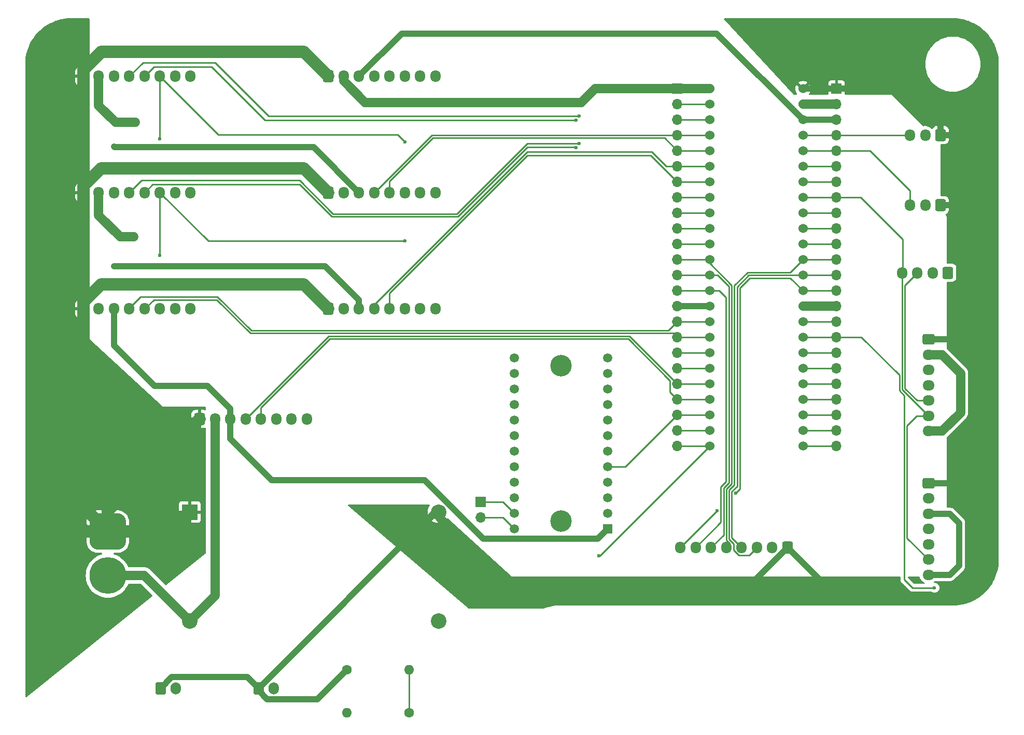
<source format=gbr>
%TF.GenerationSoftware,KiCad,Pcbnew,8.0.0*%
%TF.CreationDate,2025-07-10T12:46:30-06:00*%
%TF.ProjectId,Motherboard,4d6f7468-6572-4626-9f61-72642e6b6963,A*%
%TF.SameCoordinates,Original*%
%TF.FileFunction,Copper,L1,Top*%
%TF.FilePolarity,Positive*%
%FSLAX46Y46*%
G04 Gerber Fmt 4.6, Leading zero omitted, Abs format (unit mm)*
G04 Created by KiCad (PCBNEW 8.0.0) date 2025-07-10 12:46:30*
%MOMM*%
%LPD*%
G01*
G04 APERTURE LIST*
G04 Aperture macros list*
%AMRoundRect*
0 Rectangle with rounded corners*
0 $1 Rounding radius*
0 $2 $3 $4 $5 $6 $7 $8 $9 X,Y pos of 4 corners*
0 Add a 4 corners polygon primitive as box body*
4,1,4,$2,$3,$4,$5,$6,$7,$8,$9,$2,$3,0*
0 Add four circle primitives for the rounded corners*
1,1,$1+$1,$2,$3*
1,1,$1+$1,$4,$5*
1,1,$1+$1,$6,$7*
1,1,$1+$1,$8,$9*
0 Add four rect primitives between the rounded corners*
20,1,$1+$1,$2,$3,$4,$5,0*
20,1,$1+$1,$4,$5,$6,$7,0*
20,1,$1+$1,$6,$7,$8,$9,0*
20,1,$1+$1,$8,$9,$2,$3,0*%
G04 Aperture macros list end*
%TA.AperFunction,ComponentPad*%
%ADD10RoundRect,0.250000X-0.725000X0.600000X-0.725000X-0.600000X0.725000X-0.600000X0.725000X0.600000X0*%
%TD*%
%TA.AperFunction,ComponentPad*%
%ADD11O,1.950000X1.700000*%
%TD*%
%TA.AperFunction,ComponentPad*%
%ADD12O,1.700000X1.700000*%
%TD*%
%TA.AperFunction,ComponentPad*%
%ADD13R,1.700000X1.700000*%
%TD*%
%TA.AperFunction,ComponentPad*%
%ADD14RoundRect,0.250000X-0.600000X-0.725000X0.600000X-0.725000X0.600000X0.725000X-0.600000X0.725000X0*%
%TD*%
%TA.AperFunction,ComponentPad*%
%ADD15O,1.700000X1.950000*%
%TD*%
%TA.AperFunction,ComponentPad*%
%ADD16C,1.600000*%
%TD*%
%TA.AperFunction,ComponentPad*%
%ADD17O,1.600000X1.600000*%
%TD*%
%TA.AperFunction,ComponentPad*%
%ADD18C,1.524000*%
%TD*%
%TA.AperFunction,ComponentPad*%
%ADD19RoundRect,0.250000X0.600000X0.725000X-0.600000X0.725000X-0.600000X-0.725000X0.600000X-0.725000X0*%
%TD*%
%TA.AperFunction,ComponentPad*%
%ADD20RoundRect,0.250000X-0.600000X-0.750000X0.600000X-0.750000X0.600000X0.750000X-0.600000X0.750000X0*%
%TD*%
%TA.AperFunction,ComponentPad*%
%ADD21O,1.700000X2.000000*%
%TD*%
%TA.AperFunction,ComponentPad*%
%ADD22R,1.508000X1.508000*%
%TD*%
%TA.AperFunction,ComponentPad*%
%ADD23C,1.508000*%
%TD*%
%TA.AperFunction,ComponentPad*%
%ADD24C,3.516000*%
%TD*%
%TA.AperFunction,ComponentPad*%
%ADD25RoundRect,1.500000X-1.500000X1.500000X-1.500000X-1.500000X1.500000X-1.500000X1.500000X1.500000X0*%
%TD*%
%TA.AperFunction,ComponentPad*%
%ADD26C,6.000000*%
%TD*%
%TA.AperFunction,ComponentPad*%
%ADD27R,2.540000X2.540000*%
%TD*%
%TA.AperFunction,ComponentPad*%
%ADD28C,2.540000*%
%TD*%
%TA.AperFunction,ViaPad*%
%ADD29C,1.200000*%
%TD*%
%TA.AperFunction,ViaPad*%
%ADD30C,0.600000*%
%TD*%
%TA.AperFunction,ViaPad*%
%ADD31C,1.000000*%
%TD*%
%TA.AperFunction,Conductor*%
%ADD32C,1.000000*%
%TD*%
%TA.AperFunction,Conductor*%
%ADD33C,1.500000*%
%TD*%
%TA.AperFunction,Conductor*%
%ADD34C,0.250000*%
%TD*%
%TA.AperFunction,Conductor*%
%ADD35C,2.000000*%
%TD*%
G04 APERTURE END LIST*
D10*
%TO.P,J1,1,5V*%
%TO.N,+5V*%
X215249999Y-98000000D03*
D11*
%TO.P,J1,2,GND*%
%TO.N,GND*%
X215249999Y-100500000D03*
%TO.P,J1,3,3.3V*%
%TO.N,+3.3V*%
X215249999Y-103000000D03*
%TO.P,J1,4,LED*%
%TO.N,LED1*%
X215249999Y-105500000D03*
%TO.P,J1,5,SDA*%
%TO.N,SDA*%
X215249999Y-108000000D03*
%TO.P,J1,6,SCL*%
%TO.N,SCL*%
X215249999Y-110500000D03*
%TO.P,J1,7,ADDR*%
%TO.N,GND*%
X215249999Y-113000000D03*
%TD*%
D10*
%TO.P,J2,1,5V*%
%TO.N,+5V*%
X215249999Y-121500000D03*
D11*
%TO.P,J2,2,GND*%
%TO.N,GND*%
X215249999Y-124000000D03*
%TO.P,J2,3,3.3V*%
%TO.N,+3.3V*%
X215249999Y-126500000D03*
%TO.P,J2,4,LED*%
%TO.N,LED2*%
X215249999Y-129000000D03*
%TO.P,J2,5,SDA*%
%TO.N,SDA*%
X215249999Y-131500000D03*
%TO.P,J2,6,SCL*%
%TO.N,SCL*%
X215249999Y-134000000D03*
%TO.P,J2,7,ADDR*%
%TO.N,+3.3V*%
X215249999Y-136500000D03*
%TD*%
D12*
%TO.P,REF\u002A\u002A,2*%
%TO.N,unconnected-(U2-SCL7-Pad24)*%
X142149999Y-127140000D03*
D13*
%TO.P,REF\u002A\u002A,1*%
%TO.N,unconnected-(U2-SDA7-Pad23)*%
X142149999Y-124600000D03*
%TD*%
D14*
%TO.P,J11,1,24V*%
%TO.N,+24V*%
X117249999Y-93000000D03*
D15*
%TO.P,J11,2,GND*%
%TO.N,GND*%
X119749999Y-93000000D03*
%TO.P,J11,3,3.3V*%
%TO.N,+3.3V*%
X122249999Y-93000000D03*
%TO.P,J11,4,STEP*%
%TO.N,F STEP*%
X124749999Y-93000000D03*
%TO.P,J11,5,DIR*%
%TO.N,F DIR*%
X127249999Y-93000000D03*
%TO.P,J11,6,EN*%
%TO.N,MOT EN*%
X129749999Y-93000000D03*
%TO.P,J11,7,SDA*%
%TO.N,F SDA*%
X132249999Y-93000000D03*
%TO.P,J11,8,SCL*%
%TO.N,F SCL*%
X134749999Y-93000000D03*
%TD*%
D14*
%TO.P,J8,1,24V*%
%TO.N,+24V*%
X117249999Y-74000000D03*
D15*
%TO.P,J8,2,GND*%
%TO.N,GND*%
X119749999Y-74000000D03*
%TO.P,J8,3,3.3V*%
%TO.N,+3.3V*%
X122249999Y-74000000D03*
%TO.P,J8,4,STEP*%
%TO.N,R STEP*%
X124749999Y-74000000D03*
%TO.P,J8,5,DIR*%
%TO.N,R DIR*%
X127249999Y-74000000D03*
%TO.P,J8,6,EN*%
%TO.N,MOT EN*%
X129749999Y-74000000D03*
%TO.P,J8,7,SDA*%
%TO.N,R SDA*%
X132249999Y-74000000D03*
%TO.P,J8,8,SCL*%
%TO.N,R SCL*%
X134749999Y-74000000D03*
%TD*%
D16*
%TO.P,R2,1*%
%TO.N,PWR*%
X130409999Y-159000000D03*
D17*
%TO.P,R2,2*%
%TO.N,GND*%
X120249999Y-159000000D03*
%TD*%
D13*
%TO.P,REF\u002A\u002A,1*%
%TO.N,GND*%
X174249999Y-57000000D03*
D12*
%TO.P,REF\u002A\u002A,2*%
%TO.N,U STEP*%
X174249999Y-59540000D03*
%TO.P,REF\u002A\u002A,3*%
%TO.N,U DIR*%
X174249999Y-62080000D03*
%TO.P,REF\u002A\u002A,4*%
%TO.N,R STEP*%
X174249999Y-64620000D03*
%TO.P,REF\u002A\u002A,5*%
%TO.N,R DIR*%
X174249999Y-67160000D03*
%TO.P,REF\u002A\u002A,6*%
%TO.N,F STEP*%
X174249999Y-69700000D03*
%TO.P,REF\u002A\u002A,7*%
%TO.N,F DIR*%
X174249999Y-72240000D03*
%TO.P,REF\u002A\u002A,8*%
%TO.N,D STEP*%
X174249999Y-74780000D03*
%TO.P,REF\u002A\u002A,9*%
%TO.N,D DIR*%
X174249999Y-77320000D03*
%TO.P,REF\u002A\u002A,10*%
%TO.N,L STEP*%
X174249999Y-79860000D03*
%TO.P,REF\u002A\u002A,11*%
%TO.N,L DIR*%
X174249999Y-82400000D03*
%TO.P,REF\u002A\u002A,12*%
%TO.N,DC*%
X174249999Y-84940000D03*
%TO.P,REF\u002A\u002A,13*%
%TO.N,MOSI*%
X174249999Y-87480000D03*
%TO.P,REF\u002A\u002A,14*%
%TO.N,MISO*%
X174249999Y-90020000D03*
%TO.P,REF\u002A\u002A,15*%
%TO.N,+3.3V*%
X174249999Y-92560000D03*
%TO.P,REF\u002A\u002A,16*%
%TO.N,B STEP*%
X174249999Y-95100000D03*
%TO.P,REF\u002A\u002A,17*%
%TO.N,B DIR*%
X174249999Y-97640000D03*
%TO.P,REF\u002A\u002A,18*%
%TO.N,MOT EN*%
X174249999Y-100180000D03*
%TO.P,REF\u002A\u002A,19*%
%TO.N,unconnected-(A1-A13-Pad27)*%
X174249999Y-102720000D03*
%TO.P,REF\u002A\u002A,20*%
%TO.N,RING STEP*%
X174249999Y-105260000D03*
%TO.P,REF\u002A\u002A,21*%
%TO.N,RING DIR*%
X174249999Y-107800000D03*
%TO.P,REF\u002A\u002A,22*%
%TO.N,MUX RST*%
X174249999Y-110340000D03*
%TO.P,REF\u002A\u002A,23*%
%TO.N,unconnected-(A1-D31-Pad31)*%
X174249999Y-112880000D03*
%TO.P,REF\u002A\u002A,24*%
%TO.N,PWR*%
X174249999Y-115420000D03*
%TD*%
D14*
%TO.P,J9,1,24V*%
%TO.N,+24V*%
X77249999Y-74000000D03*
D15*
%TO.P,J9,2,GND*%
%TO.N,GND*%
X79749999Y-74000000D03*
%TO.P,J9,3,3.3V*%
%TO.N,+3.3V*%
X82249999Y-74000000D03*
%TO.P,J9,4,STEP*%
%TO.N,L STEP*%
X84749999Y-74000000D03*
%TO.P,J9,5,DIR*%
%TO.N,L DIR*%
X87249999Y-74000000D03*
%TO.P,J9,6,EN*%
%TO.N,MOT EN*%
X89749999Y-74000000D03*
%TO.P,J9,7,SDA*%
%TO.N,L SDA*%
X92249999Y-74000000D03*
%TO.P,J9,8,SCL*%
%TO.N,L SCL*%
X94749999Y-74000000D03*
%TD*%
D18*
%TO.P,A1,0,D0*%
%TO.N,U STEP*%
X179519999Y-59564000D03*
%TO.P,A1,1,D1*%
%TO.N,U DIR*%
X179519999Y-62104000D03*
%TO.P,A1,2,D2*%
%TO.N,R STEP*%
X179519999Y-64644000D03*
%TO.P,A1,3,D3*%
%TO.N,R DIR*%
X179519999Y-67184000D03*
%TO.P,A1,3V,3.3V*%
%TO.N,+3.3V*%
X179519999Y-92584000D03*
X194759999Y-62104000D03*
%TO.P,A1,4,D4*%
%TO.N,F STEP*%
X179519999Y-69724000D03*
%TO.P,A1,5,D5*%
%TO.N,F DIR*%
X179519999Y-72264000D03*
%TO.P,A1,5V,VIN*%
%TO.N,+5V*%
X194759999Y-57024000D03*
%TO.P,A1,6,D6*%
%TO.N,D STEP*%
X179519999Y-74804000D03*
%TO.P,A1,7,D7*%
%TO.N,D DIR*%
X179519999Y-77344000D03*
%TO.P,A1,8,D8*%
%TO.N,L STEP*%
X179519999Y-79884000D03*
%TO.P,A1,9,D9*%
%TO.N,L DIR*%
X179519999Y-82424000D03*
%TO.P,A1,10,D10/CS*%
%TO.N,DC*%
X179519999Y-84964000D03*
%TO.P,A1,11,D11/MOSI*%
%TO.N,MOSI*%
X179519999Y-87504000D03*
%TO.P,A1,12,D12/MISO*%
%TO.N,MISO*%
X179519999Y-90044000D03*
%TO.P,A1,13,D13/SCK*%
%TO.N,SCK*%
X194759999Y-90044000D03*
%TO.P,A1,14,A0*%
%TO.N,CS*%
X194759999Y-87504000D03*
%TO.P,A1,15,A1*%
%TO.N,TFT_RESET*%
X194759999Y-84964000D03*
%TO.P,A1,16,A2*%
%TO.N,unconnected-(A1-A2-Pad16)*%
X194759999Y-82424000D03*
%TO.P,A1,17,A3*%
%TO.N,unconnected-(A1-A3-Pad17)*%
X194759999Y-79884000D03*
%TO.P,A1,18,A4/SDA*%
%TO.N,SDA*%
X194759999Y-77344000D03*
%TO.P,A1,19,A5/SCL*%
%TO.N,SCL*%
X194759999Y-74804000D03*
%TO.P,A1,20,A6*%
%TO.N,unconnected-(A1-A6-Pad20)*%
X194759999Y-72264000D03*
%TO.P,A1,21,A7*%
%TO.N,unconnected-(A1-A7-Pad21)*%
X194759999Y-69724000D03*
%TO.P,A1,22,A8*%
%TO.N,BOT SERVO*%
X194759999Y-67184000D03*
%TO.P,A1,23,A9*%
%TO.N,TOP SERVO*%
X194759999Y-64644000D03*
%TO.P,A1,24,A10*%
%TO.N,B STEP*%
X179519999Y-95124000D03*
%TO.P,A1,25,A11*%
%TO.N,B DIR*%
X179519999Y-97664000D03*
%TO.P,A1,26,A12*%
%TO.N,MOT EN*%
X179519999Y-100204000D03*
%TO.P,A1,27,A13*%
%TO.N,unconnected-(A1-A13-Pad27)*%
X179519999Y-102744000D03*
%TO.P,A1,28,D28*%
%TO.N,RING STEP*%
X179519999Y-105284000D03*
%TO.P,A1,29,D29*%
%TO.N,RING DIR*%
X179519999Y-107824000D03*
%TO.P,A1,30,D30*%
%TO.N,MUX RST*%
X179519999Y-110364000D03*
%TO.P,A1,31,D31*%
%TO.N,unconnected-(A1-D31-Pad31)*%
X179519999Y-112904000D03*
%TO.P,A1,32,D32*%
%TO.N,PWR*%
X179519999Y-115444000D03*
%TO.P,A1,33,D33*%
%TO.N,unconnected-(A1-D33-Pad33)*%
X194759999Y-115444000D03*
%TO.P,A1,34,D34*%
%TO.N,unconnected-(A1-D34-Pad34)*%
X194759999Y-112904000D03*
%TO.P,A1,35,D35*%
%TO.N,unconnected-(A1-D35-Pad35)*%
X194759999Y-110364000D03*
%TO.P,A1,36,D36*%
%TO.N,unconnected-(A1-D36-Pad36)*%
X194759999Y-107824000D03*
%TO.P,A1,37,D37*%
%TO.N,unconnected-(A1-D37-Pad37)*%
X194759999Y-105284000D03*
%TO.P,A1,38,A14*%
%TO.N,unconnected-(A1-A14-Pad38)*%
X194759999Y-102744000D03*
%TO.P,A1,39,A15*%
%TO.N,unconnected-(A1-A15-Pad39)*%
X194759999Y-100204000D03*
%TO.P,A1,40,A16*%
%TO.N,LED2*%
X194759999Y-97664000D03*
%TO.P,A1,41,A17*%
%TO.N,LED1*%
X194759999Y-95124000D03*
%TO.P,A1,G,GND*%
%TO.N,GND*%
X179519999Y-57024000D03*
X194759999Y-59564000D03*
X194759999Y-92584000D03*
%TD*%
D15*
%TO.P,J4,3,Signal*%
%TO.N,BOT SERVO*%
X212249999Y-76050000D03*
%TO.P,J4,2,GND*%
%TO.N,GND*%
X214749999Y-76050000D03*
D19*
%TO.P,J4,1,5V*%
%TO.N,+5V*%
X217249999Y-76050000D03*
%TD*%
D15*
%TO.P,J17,4,SCL*%
%TO.N,SCL*%
X210949999Y-87100000D03*
%TO.P,J17,3,SDA*%
%TO.N,SDA*%
X213449999Y-87100000D03*
%TO.P,J17,2,GND*%
%TO.N,GND*%
X215949999Y-87100000D03*
D19*
%TO.P,J17,1,3v3*%
%TO.N,+3.3V*%
X218449999Y-87100000D03*
%TD*%
D13*
%TO.P,REF\u002A\u002A,1*%
%TO.N,+5V*%
X200249999Y-57000000D03*
D12*
%TO.P,REF\u002A\u002A,2*%
%TO.N,GND*%
X200249999Y-59540000D03*
%TO.P,REF\u002A\u002A,3*%
%TO.N,+3.3V*%
X200249999Y-62080000D03*
%TO.P,REF\u002A\u002A,4*%
%TO.N,TOP SERVO*%
X200249999Y-64620000D03*
%TO.P,REF\u002A\u002A,5*%
%TO.N,BOT SERVO*%
X200249999Y-67160000D03*
%TO.P,REF\u002A\u002A,6*%
%TO.N,unconnected-(A1-A7-Pad21)*%
X200249999Y-69700000D03*
%TO.P,REF\u002A\u002A,7*%
%TO.N,unconnected-(A1-A6-Pad20)*%
X200249999Y-72240000D03*
%TO.P,REF\u002A\u002A,8*%
%TO.N,SCL*%
X200249999Y-74780000D03*
%TO.P,REF\u002A\u002A,9*%
%TO.N,SDA*%
X200249999Y-77320000D03*
%TO.P,REF\u002A\u002A,10*%
%TO.N,unconnected-(A1-A3-Pad17)*%
X200249999Y-79860000D03*
%TO.P,REF\u002A\u002A,11*%
%TO.N,unconnected-(A1-A2-Pad16)*%
X200249999Y-82400000D03*
%TO.P,REF\u002A\u002A,12*%
%TO.N,TFT_RESET*%
X200249999Y-84940000D03*
%TO.P,REF\u002A\u002A,13*%
%TO.N,CS*%
X200249999Y-87480000D03*
%TO.P,REF\u002A\u002A,14*%
%TO.N,SCK*%
X200249999Y-90020000D03*
%TO.P,REF\u002A\u002A,15*%
%TO.N,GND*%
X200249999Y-92560000D03*
%TO.P,REF\u002A\u002A,16*%
%TO.N,LED1*%
X200249999Y-95100000D03*
%TO.P,REF\u002A\u002A,17*%
%TO.N,LED2*%
X200249999Y-97640000D03*
%TO.P,REF\u002A\u002A,18*%
%TO.N,unconnected-(A1-A15-Pad39)*%
X200249999Y-100180000D03*
%TO.P,REF\u002A\u002A,19*%
%TO.N,unconnected-(A1-A14-Pad38)*%
X200249999Y-102720000D03*
%TO.P,REF\u002A\u002A,20*%
%TO.N,unconnected-(A1-D37-Pad37)*%
X200249999Y-105260000D03*
%TO.P,REF\u002A\u002A,21*%
%TO.N,unconnected-(A1-D36-Pad36)*%
X200249999Y-107800000D03*
%TO.P,REF\u002A\u002A,22*%
%TO.N,unconnected-(A1-D35-Pad35)*%
X200249999Y-110340000D03*
%TO.P,REF\u002A\u002A,23*%
%TO.N,unconnected-(A1-D34-Pad34)*%
X200249999Y-112880000D03*
%TO.P,REF\u002A\u002A,24*%
%TO.N,unconnected-(A1-D33-Pad33)*%
X200249999Y-115420000D03*
%TD*%
D14*
%TO.P,J5,1,24V*%
%TO.N,+24V*%
X117249999Y-55000000D03*
D15*
%TO.P,J5,2,GND*%
%TO.N,GND*%
X119749999Y-55000000D03*
%TO.P,J5,3,3.3V*%
%TO.N,+3.3V*%
X122249999Y-55000000D03*
%TO.P,J5,4,STEP*%
%TO.N,U STEP*%
X124749999Y-55000000D03*
%TO.P,J5,5,DIR*%
%TO.N,U DIR*%
X127249999Y-55000000D03*
%TO.P,J5,6,EN*%
%TO.N,MOT EN*%
X129749999Y-55000000D03*
%TO.P,J5,7,SDA*%
%TO.N,U SDA*%
X132249999Y-55000000D03*
%TO.P,J5,8,SCL*%
%TO.N,U SCL*%
X134749999Y-55000000D03*
%TD*%
D19*
%TO.P,J13,1,5V*%
%TO.N,+5V*%
X192249999Y-132000000D03*
D15*
%TO.P,J13,2,GND*%
%TO.N,GND*%
X189749999Y-132000000D03*
%TO.P,J13,3,RESET*%
%TO.N,TFT_RESET*%
X187249999Y-132000000D03*
%TO.P,J13,4,CS*%
%TO.N,CS*%
X184749999Y-132000000D03*
%TO.P,J13,5,DC*%
%TO.N,DC*%
X182249999Y-132000000D03*
%TO.P,J13,6,MOSI*%
%TO.N,MOSI*%
X179749999Y-132000000D03*
%TO.P,J13,7,MISO*%
%TO.N,MISO*%
X177249999Y-132000000D03*
%TO.P,J13,8,SCK*%
%TO.N,SCK*%
X174749999Y-132000000D03*
%TD*%
D20*
%TO.P,J15,1,5V*%
%TO.N,+5V*%
X89849999Y-155000000D03*
D21*
%TO.P,J15,2,GND*%
%TO.N,GND*%
X92349999Y-155000000D03*
%TD*%
D14*
%TO.P,J7,1,24V*%
%TO.N,+24V*%
X96249999Y-111000000D03*
D15*
%TO.P,J7,2,GND*%
%TO.N,GND*%
X98749999Y-111000000D03*
%TO.P,J7,3,3.3V*%
%TO.N,+3.3V*%
X101249999Y-111000000D03*
%TO.P,J7,4,STEP*%
%TO.N,RING STEP*%
X103749999Y-111000000D03*
%TO.P,J7,5,DIR*%
%TO.N,RING DIR*%
X106249999Y-111000000D03*
%TO.P,J7,6,EN*%
%TO.N,MOT EN*%
X108749999Y-111000000D03*
%TO.P,J7,7,SDA*%
%TO.N,RING SDA*%
X111249999Y-111000000D03*
%TO.P,J7,8,SCL*%
%TO.N,RING SCL*%
X113749999Y-111000000D03*
%TD*%
D19*
%TO.P,J3,1,5V*%
%TO.N,+5V*%
X217249999Y-64600000D03*
D15*
%TO.P,J3,2,GND*%
%TO.N,GND*%
X214749999Y-64600000D03*
%TO.P,J3,3,Signal*%
%TO.N,TOP SERVO*%
X212249999Y-64600000D03*
%TD*%
D22*
%TO.P,U2,1,VIN*%
%TO.N,+3.3V*%
X162869999Y-128970000D03*
D23*
%TO.P,U2,2,GND*%
%TO.N,GND*%
X162869999Y-126430000D03*
%TO.P,U2,3,SDA*%
%TO.N,SDA*%
X162869999Y-123890000D03*
%TO.P,U2,4,SCL*%
%TO.N,SCL*%
X162869999Y-121350000D03*
%TO.P,U2,5,RST*%
%TO.N,MUX RST*%
X162869999Y-118810000D03*
%TO.P,U2,6,A0*%
%TO.N,GND*%
X162869999Y-116270000D03*
%TO.P,U2,7,A1*%
X162869999Y-113730000D03*
%TO.P,U2,8,A2*%
X162869999Y-111190000D03*
%TO.P,U2,9,SDA0*%
%TO.N,U SCL*%
X162869999Y-108650000D03*
%TO.P,U2,10,SCL0*%
%TO.N,U SDA*%
X162869999Y-106110000D03*
%TO.P,U2,11,SDA1*%
%TO.N,R SCL*%
X162869999Y-103570000D03*
%TO.P,U2,12,SCL1*%
%TO.N,R SDA*%
X162869999Y-101030000D03*
%TO.P,U2,13,SDA2*%
%TO.N,F SCL*%
X147629999Y-101030000D03*
%TO.P,U2,14,SCL2*%
%TO.N,F SDA*%
X147629999Y-103570000D03*
%TO.P,U2,15,SDA3*%
%TO.N,D SCL*%
X147629999Y-106110000D03*
%TO.P,U2,16,SCL3*%
%TO.N,D SDA*%
X147629999Y-108650000D03*
%TO.P,U2,17,SDA4*%
%TO.N,L SCL*%
X147629999Y-111190000D03*
%TO.P,U2,18,SCL4*%
%TO.N,L SDA*%
X147629999Y-113730000D03*
%TO.P,U2,19,SDA5*%
%TO.N,B SCL*%
X147629999Y-116270000D03*
%TO.P,U2,20,SCL5*%
%TO.N,B SDA*%
X147629999Y-118810000D03*
%TO.P,U2,21,SDA6*%
%TO.N,RING SCL*%
X147629999Y-121350000D03*
%TO.P,U2,22,SCL6*%
%TO.N,RING SDA*%
X147629999Y-123890000D03*
%TO.P,U2,23,SDA7*%
%TO.N,unconnected-(U2-SDA7-Pad23)*%
X147629999Y-126430000D03*
%TO.P,U2,24,SCL7*%
%TO.N,unconnected-(U2-SCL7-Pad24)*%
X147629999Y-128970000D03*
D24*
%TO.P,U2,P1*%
%TO.N,N/C*%
X155249999Y-127700000D03*
%TO.P,U2,P2*%
X155249999Y-102300000D03*
%TD*%
D20*
%TO.P,J16,1,5V*%
%TO.N,+5V*%
X105849999Y-155000000D03*
D21*
%TO.P,J16,2,GND*%
%TO.N,GND*%
X108349999Y-155000000D03*
%TD*%
D14*
%TO.P,J6,1,24V*%
%TO.N,+24V*%
X77249999Y-55000000D03*
D15*
%TO.P,J6,2,GND*%
%TO.N,GND*%
X79749999Y-55000000D03*
%TO.P,J6,3,3.3V*%
%TO.N,+3.3V*%
X82249999Y-55000000D03*
%TO.P,J6,4,STEP*%
%TO.N,D STEP*%
X84749999Y-55000000D03*
%TO.P,J6,5,DIR*%
%TO.N,D DIR*%
X87249999Y-55000000D03*
%TO.P,J6,6,EN*%
%TO.N,MOT EN*%
X89749999Y-55000000D03*
%TO.P,J6,7,SDA*%
%TO.N,D SDA*%
X92249999Y-55000000D03*
%TO.P,J6,8,SCL*%
%TO.N,D SCL*%
X94749999Y-55000000D03*
%TD*%
D16*
%TO.P,R1,1*%
%TO.N,+5V*%
X120249999Y-152000000D03*
D17*
%TO.P,R1,2*%
%TO.N,PWR*%
X130409999Y-152000000D03*
%TD*%
D14*
%TO.P,J10,1,24V*%
%TO.N,+24V*%
X77249999Y-93000000D03*
D15*
%TO.P,J10,2,GND*%
%TO.N,GND*%
X79749999Y-93000000D03*
%TO.P,J10,3,3.3V*%
%TO.N,+3.3V*%
X82249999Y-93000000D03*
%TO.P,J10,4,STEP*%
%TO.N,B STEP*%
X84749999Y-93000000D03*
%TO.P,J10,5,DIR*%
%TO.N,B DIR*%
X87249999Y-93000000D03*
%TO.P,J10,6,EN*%
%TO.N,MOT EN*%
X89749999Y-93000000D03*
%TO.P,J10,7,SDA*%
%TO.N,B SDA*%
X92249999Y-93000000D03*
%TO.P,J10,8,SCL*%
%TO.N,B SCL*%
X94749999Y-93000000D03*
%TD*%
D25*
%TO.P,J14,1,Pin_1*%
%TO.N,+24V*%
X81249999Y-129400000D03*
D26*
%TO.P,J14,2,Pin_2*%
%TO.N,GND*%
X81249999Y-136600000D03*
%TD*%
D27*
%TO.P,U1,1,Vin*%
%TO.N,+24V*%
X94609999Y-126220000D03*
D28*
%TO.P,U1,2,GND*%
%TO.N,GND*%
X94609999Y-144000000D03*
%TO.P,U1,3,GND*%
X135249999Y-144000000D03*
%TO.P,U1,4,Vout*%
%TO.N,+5V*%
X135249999Y-126220000D03*
%TD*%
D29*
%TO.N,GND*%
X85499999Y-81250000D03*
X85749999Y-62500000D03*
X146999999Y-59250000D03*
D30*
%TO.N,LED2*%
X216249999Y-138600000D03*
%TO.N,PWR*%
X161449999Y-133400000D03*
D31*
%TO.N,+3.3V*%
X180647259Y-47991260D03*
D30*
%TO.N,MOT EN*%
X129749999Y-65700000D03*
X129749999Y-81900000D03*
D31*
%TO.N,+3.3V*%
X82249999Y-66500000D03*
X82249999Y-86000000D03*
D30*
%TO.N,SCK*%
X183774999Y-123100000D03*
X180724999Y-126000000D03*
%TO.N,D DIR*%
X157749999Y-62125000D03*
%TO.N,D STEP*%
X158249999Y-61500000D03*
%TO.N,L STEP*%
X158249999Y-66000000D03*
%TO.N,L DIR*%
X157749999Y-66625000D03*
%TO.N,MOT EN*%
X89749999Y-84300000D03*
X89749999Y-65200000D03*
%TD*%
D32*
%TO.N,+3.3V*%
X108000000Y-121000000D02*
X101249999Y-114249999D01*
X132957422Y-121000000D02*
X108000000Y-121000000D01*
X142538183Y-130580761D02*
X132957422Y-121000000D01*
X161259238Y-130580761D02*
X142538183Y-130580761D01*
X101249999Y-114249999D02*
X101249999Y-111000000D01*
X162869999Y-128970000D02*
X161259238Y-130580761D01*
%TO.N,+5V*%
X185749999Y-138500000D02*
X192249999Y-132000000D01*
X135249999Y-127249999D02*
X146500000Y-138500000D01*
X146500000Y-138500000D02*
X185749999Y-138500000D01*
X135249999Y-126220000D02*
X135249999Y-127249999D01*
D33*
%TO.N,GND*%
X83249999Y-81250000D02*
X85499999Y-81250000D01*
X79749999Y-77750000D02*
X83249999Y-81250000D01*
X79749999Y-74000000D02*
X79749999Y-77750000D01*
X82499999Y-62500000D02*
X85749999Y-62500000D01*
X79749999Y-59750000D02*
X82499999Y-62500000D01*
X79749999Y-55000000D02*
X79749999Y-59750000D01*
X174249999Y-57000000D02*
X160840810Y-57000000D01*
X160840810Y-57000000D02*
X158590810Y-59250000D01*
X146999999Y-59250000D02*
X123249999Y-59250000D01*
X158590810Y-59250000D02*
X146999999Y-59250000D01*
X123249999Y-59250000D02*
X119749999Y-55750000D01*
X119749999Y-55750000D02*
X119749999Y-55000000D01*
D32*
%TO.N,+3.3V*%
X122249999Y-91500000D02*
X116749999Y-86000000D01*
X116749999Y-86000000D02*
X82249999Y-86000000D01*
X122249999Y-93000000D02*
X122249999Y-91500000D01*
D33*
%TO.N,GND*%
X217474999Y-113000000D02*
X215249999Y-113000000D01*
X220499999Y-109975000D02*
X217474999Y-113000000D01*
X217474999Y-100500000D02*
X220499999Y-103525000D01*
X215249999Y-100500000D02*
X217474999Y-100500000D01*
X220499999Y-103525000D02*
X220499999Y-109975000D01*
D32*
%TO.N,+5V*%
X211249999Y-57000000D02*
X217249999Y-63000000D01*
X217249999Y-63000000D02*
X217249999Y-64600000D01*
X220849999Y-64600000D02*
X225249999Y-69000000D01*
X225249999Y-69000000D02*
X225249999Y-80000000D01*
X217249999Y-64600000D02*
X220849999Y-64600000D01*
X211249999Y-57000000D02*
X200249999Y-57000000D01*
D34*
%TO.N,PWR*%
X130409999Y-152000000D02*
X130409999Y-159000000D01*
D32*
%TO.N,+3.3V*%
X82249999Y-99000000D02*
X82249999Y-93000000D01*
X88849999Y-105600000D02*
X82249999Y-99000000D01*
X97549999Y-105600000D02*
X88849999Y-105600000D01*
X101249999Y-109300000D02*
X97549999Y-105600000D01*
X101249999Y-111000000D02*
X101249999Y-109300000D01*
D33*
%TO.N,GND*%
X98749999Y-139860000D02*
X94609999Y-144000000D01*
X98749999Y-111000000D02*
X98749999Y-139860000D01*
D34*
%TO.N,BOT SERVO*%
X205709999Y-67160000D02*
X200249999Y-67160000D01*
X212249999Y-73700000D02*
X205709999Y-67160000D01*
X212249999Y-76050000D02*
X212249999Y-73700000D01*
%TO.N,TOP SERVO*%
X200269999Y-64600000D02*
X200249999Y-64620000D01*
X212249999Y-64600000D02*
X200269999Y-64600000D01*
%TO.N,LED2*%
X210499999Y-106386396D02*
X210499999Y-103850000D01*
X210499999Y-103850000D02*
X204289999Y-97640000D01*
X211299999Y-137250000D02*
X211299999Y-107186396D01*
X212649999Y-138600000D02*
X211299999Y-137250000D01*
X216249999Y-138600000D02*
X212649999Y-138600000D01*
X211299999Y-107186396D02*
X210499999Y-106386396D01*
X204289999Y-97640000D02*
X200249999Y-97640000D01*
%TO.N,SCL*%
X213349999Y-110500000D02*
X215249999Y-110500000D01*
X211749999Y-112100000D02*
X213349999Y-110500000D01*
X211749999Y-130500000D02*
X211749999Y-112100000D01*
X215249999Y-134000000D02*
X211749999Y-130500000D01*
%TO.N,SDA*%
X211399999Y-106013604D02*
X211399999Y-89150000D01*
X213386395Y-108000000D02*
X211399999Y-106013604D01*
X215249999Y-108000000D02*
X213386395Y-108000000D01*
X211399999Y-89150000D02*
X213449999Y-87100000D01*
%TO.N,SCL*%
X210949999Y-106200000D02*
X210949999Y-87100000D01*
X215249999Y-110500000D02*
X210949999Y-106200000D01*
X211049999Y-87000000D02*
X211049999Y-81600000D01*
X210949999Y-87100000D02*
X211049999Y-87000000D01*
X211049999Y-81600000D02*
X204229999Y-74780000D01*
X204229999Y-74780000D02*
X200249999Y-74780000D01*
%TO.N,PWR*%
X161563999Y-133400000D02*
X161449999Y-133400000D01*
X179519999Y-115444000D02*
X161563999Y-133400000D01*
%TO.N,MOT EN*%
X99249999Y-64500000D02*
X128549999Y-64500000D01*
X128549999Y-64500000D02*
X129749999Y-65700000D01*
X89749999Y-55000000D02*
X99249999Y-64500000D01*
X89749999Y-74000000D02*
X97649999Y-81900000D01*
X97649999Y-81900000D02*
X129749999Y-81900000D01*
%TO.N,MUX RST*%
X165779999Y-118810000D02*
X174249999Y-110340000D01*
X162869999Y-118810000D02*
X165779999Y-118810000D01*
%TO.N,MOT EN*%
X89749999Y-65200000D02*
X89749999Y-55000000D01*
D32*
%TO.N,+3.3V*%
X82349999Y-66600000D02*
X82249999Y-66500000D01*
X114849999Y-66600000D02*
X82349999Y-66600000D01*
X122249999Y-74000000D02*
X114849999Y-66600000D01*
D34*
%TO.N,MOT EN*%
X89749999Y-84300000D02*
X89749999Y-74000000D01*
%TO.N,unconnected-(U2-SCL7-Pad24)*%
X145799999Y-127140000D02*
X147629999Y-128970000D01*
X142149999Y-127140000D02*
X145799999Y-127140000D01*
%TO.N,unconnected-(U2-SDA7-Pad23)*%
X142149999Y-124600000D02*
X145799999Y-124600000D01*
X145799999Y-124600000D02*
X147629999Y-126430000D01*
%TO.N,F DIR*%
X127249999Y-93000000D02*
X127249999Y-90436396D01*
X169909999Y-67900000D02*
X174249999Y-72240000D01*
X127249999Y-90436396D02*
X149786395Y-67900000D01*
X149786395Y-67900000D02*
X169909999Y-67900000D01*
%TO.N,F STEP*%
X172449999Y-69700000D02*
X174249999Y-69700000D01*
X170049999Y-67300000D02*
X172449999Y-69700000D01*
X149749999Y-67300000D02*
X170049999Y-67300000D01*
X124749999Y-92300000D02*
X149749999Y-67300000D01*
X124749999Y-93000000D02*
X124749999Y-92300000D01*
%TO.N,L STEP*%
X84749999Y-74000000D02*
X86749999Y-72000000D01*
X86749999Y-72000000D02*
X112539213Y-72000000D01*
X138249999Y-77500000D02*
X149749999Y-66000000D01*
X118039213Y-77500000D02*
X138249999Y-77500000D01*
X112539213Y-72000000D02*
X118039213Y-77500000D01*
X149749999Y-66000000D02*
X158249999Y-66000000D01*
%TO.N,SCL*%
X194759999Y-74804000D02*
X200225999Y-74804000D01*
X200225999Y-74804000D02*
X200249999Y-74780000D01*
%TO.N,SDA*%
X200225999Y-77344000D02*
X200249999Y-77320000D01*
X194759999Y-77344000D02*
X200225999Y-77344000D01*
%TO.N,CS*%
X194759999Y-87504000D02*
X200225999Y-87504000D01*
X200225999Y-87504000D02*
X200249999Y-87480000D01*
X184749999Y-132000000D02*
X183149999Y-130400000D01*
X183149999Y-122841116D02*
X183999999Y-121991116D01*
X183999999Y-121991116D02*
X183999999Y-89386396D01*
X183149999Y-130400000D02*
X183149999Y-122841116D01*
X183999999Y-89386396D02*
X185882395Y-87504000D01*
X185882395Y-87504000D02*
X194759999Y-87504000D01*
%TO.N,MOSI*%
X182649999Y-89336396D02*
X182649999Y-121431928D01*
X181799999Y-122281928D02*
X181799999Y-129950000D01*
X182649999Y-121431928D02*
X181799999Y-122281928D01*
X180817603Y-87504000D02*
X182649999Y-89336396D01*
X174273999Y-87504000D02*
X174249999Y-87480000D01*
X179519999Y-87504000D02*
X180817603Y-87504000D01*
X179519999Y-87504000D02*
X174273999Y-87504000D01*
X181799999Y-129950000D02*
X179749999Y-132000000D01*
%TO.N,TFT_RESET*%
X185695999Y-87054000D02*
X192669999Y-87054000D01*
X192669999Y-87054000D02*
X194759999Y-84964000D01*
X182699999Y-130663299D02*
X182699999Y-122654720D01*
X183424999Y-131388299D02*
X182699999Y-130663299D01*
X183424999Y-132461701D02*
X183424999Y-131388299D01*
X184263298Y-133300000D02*
X183424999Y-132461701D01*
X183549999Y-89200000D02*
X185695999Y-87054000D01*
X183549999Y-121804720D02*
X183549999Y-89200000D01*
X194759999Y-84964000D02*
X200225999Y-84964000D01*
X182699999Y-122654720D02*
X183549999Y-121804720D01*
X185949999Y-133300000D02*
X184263298Y-133300000D01*
X200225999Y-84964000D02*
X200249999Y-84940000D01*
X187249999Y-132000000D02*
X185949999Y-133300000D01*
%TO.N,MISO*%
X179519999Y-90044000D02*
X181093999Y-90044000D01*
X179495999Y-90020000D02*
X179519999Y-90044000D01*
X181349999Y-122095532D02*
X181349999Y-127900000D01*
X182199999Y-121245532D02*
X181349999Y-122095532D01*
X182199999Y-91150000D02*
X182199999Y-121245532D01*
X181093999Y-90044000D02*
X182199999Y-91150000D01*
X174249999Y-90020000D02*
X179495999Y-90020000D01*
X181349999Y-127900000D02*
X177249999Y-132000000D01*
%TO.N,SCK*%
X192669999Y-87954000D02*
X194759999Y-90044000D01*
X184449999Y-122425000D02*
X184449999Y-89572792D01*
X183774999Y-123100000D02*
X184449999Y-122425000D01*
X180724999Y-126025000D02*
X180724999Y-126000000D01*
X184449999Y-89572792D02*
X186068791Y-87954000D01*
X186068791Y-87954000D02*
X192669999Y-87954000D01*
X174749999Y-132000000D02*
X180724999Y-126025000D01*
X200225999Y-90044000D02*
X200249999Y-90020000D01*
X194759999Y-90044000D02*
X200225999Y-90044000D01*
%TO.N,DC*%
X182249999Y-122468324D02*
X183099999Y-121618324D01*
X182825152Y-131424847D02*
X182249999Y-130849695D01*
X179519999Y-84964000D02*
X179519999Y-85570000D01*
X183099999Y-121618324D02*
X183099999Y-90100000D01*
X179519999Y-85570000D02*
X183099999Y-89150000D01*
X182249999Y-132000000D02*
X182825152Y-131424847D01*
X183099999Y-89150000D02*
X183099999Y-90100000D01*
X179495999Y-84940000D02*
X179519999Y-84964000D01*
X174249999Y-84940000D02*
X179495999Y-84940000D01*
X182249999Y-130849695D02*
X182249999Y-122468324D01*
%TO.N,LED1*%
X194759999Y-95124000D02*
X200225999Y-95124000D01*
X200225999Y-95124000D02*
X200249999Y-95100000D01*
%TO.N,LED2*%
X200225999Y-97664000D02*
X200249999Y-97640000D01*
X194759999Y-97664000D02*
X200225999Y-97664000D01*
%TO.N,U DIR*%
X127249999Y-55000000D02*
X127249999Y-54500000D01*
X179495999Y-62080000D02*
X179519999Y-62104000D01*
X174249999Y-62080000D02*
X179495999Y-62080000D01*
%TO.N,U STEP*%
X174273999Y-59564000D02*
X174249999Y-59540000D01*
X179519999Y-59564000D02*
X174273999Y-59564000D01*
%TO.N,D DIR*%
X98180697Y-53430698D02*
X88819301Y-53430698D01*
X106874999Y-62125000D02*
X98180697Y-53430698D01*
X88819301Y-53430698D02*
X87249999Y-55000000D01*
X179495999Y-77320000D02*
X179519999Y-77344000D01*
X174249999Y-77320000D02*
X179495999Y-77320000D01*
X157749999Y-62125000D02*
X106874999Y-62125000D01*
%TO.N,D STEP*%
X87024999Y-52725000D02*
X84749999Y-55000000D01*
X158249999Y-61500000D02*
X107524999Y-61500000D01*
X174273999Y-74804000D02*
X174249999Y-74780000D01*
X179519999Y-74804000D02*
X174273999Y-74804000D01*
X107524999Y-61500000D02*
X98749999Y-52725000D01*
X98749999Y-52725000D02*
X87024999Y-52725000D01*
%TO.N,RING DIR*%
X106249999Y-111000000D02*
X106249999Y-109136396D01*
X174249999Y-107800000D02*
X179495999Y-107800000D01*
X166253603Y-97900000D02*
X173074999Y-104721396D01*
X173074999Y-106625000D02*
X174249999Y-107800000D01*
X106249999Y-109136396D02*
X117486395Y-97900000D01*
X179495999Y-107800000D02*
X179519999Y-107824000D01*
X117486395Y-97900000D02*
X166253603Y-97900000D01*
X173074999Y-104721396D02*
X173074999Y-106625000D01*
%TO.N,RING STEP*%
X166439999Y-97450000D02*
X174249999Y-105260000D01*
X179495999Y-105260000D02*
X179519999Y-105284000D01*
X117299999Y-97450000D02*
X166439999Y-97450000D01*
X174249999Y-105260000D02*
X179495999Y-105260000D01*
X103749999Y-111000000D02*
X117299999Y-97450000D01*
%TO.N,R DIR*%
X172159999Y-65070000D02*
X174249999Y-67160000D01*
X127249999Y-72136396D02*
X134316395Y-65070000D01*
X134316395Y-65070000D02*
X172159999Y-65070000D01*
X174249999Y-67160000D02*
X179495999Y-67160000D01*
X127249999Y-74000000D02*
X127249999Y-72136396D01*
X179495999Y-67160000D02*
X179519999Y-67184000D01*
%TO.N,R STEP*%
X124749999Y-74000000D02*
X134129999Y-64620000D01*
X134129999Y-64620000D02*
X174249999Y-64620000D01*
X174273999Y-64644000D02*
X174249999Y-64620000D01*
X179519999Y-64644000D02*
X174273999Y-64644000D01*
%TO.N,L STEP*%
X174273999Y-79884000D02*
X174249999Y-79860000D01*
X179519999Y-79884000D02*
X174273999Y-79884000D01*
%TO.N,L DIR*%
X174249999Y-82400000D02*
X179495999Y-82400000D01*
X149786395Y-66600000D02*
X157724999Y-66600000D01*
X179495999Y-82400000D02*
X179519999Y-82424000D01*
X157724999Y-66600000D02*
X157749999Y-66625000D01*
X149786395Y-66600000D02*
X138436395Y-77950000D01*
X112602817Y-72700000D02*
X88549999Y-72700000D01*
X138436395Y-77950000D02*
X117852817Y-77950000D01*
X117852817Y-77950000D02*
X112602817Y-72700000D01*
X88549999Y-72700000D02*
X87249999Y-74000000D01*
%TO.N,B STEP*%
X86624999Y-91000000D02*
X99149999Y-91000000D01*
X84749999Y-93000000D02*
X84749999Y-92875000D01*
X104699999Y-96550000D02*
X172799999Y-96550000D01*
X172799999Y-96550000D02*
X174249999Y-95100000D01*
X99149999Y-91000000D02*
X104699999Y-96550000D01*
X174249999Y-95100000D02*
X179495999Y-95100000D01*
X179495999Y-95100000D02*
X179519999Y-95124000D01*
X84749999Y-92875000D02*
X86624999Y-91000000D01*
%TO.N,B DIR*%
X179495999Y-97640000D02*
X179519999Y-97664000D01*
X88749999Y-91500000D02*
X99013603Y-91500000D01*
X174249999Y-97640000D02*
X179495999Y-97640000D01*
X99013603Y-91500000D02*
X104513603Y-97000000D01*
X173609999Y-97000000D02*
X174249999Y-97640000D01*
X104513603Y-97000000D02*
X173609999Y-97000000D01*
X87249999Y-93000000D02*
X88749999Y-91500000D01*
%TO.N,F DIR*%
X174249999Y-72240000D02*
X179495999Y-72240000D01*
X179495999Y-72240000D02*
X179519999Y-72264000D01*
%TO.N,F STEP*%
X179519999Y-69724000D02*
X174273999Y-69724000D01*
X174273999Y-69724000D02*
X174249999Y-69700000D01*
D33*
%TO.N,GND*%
X194759999Y-92584000D02*
X200225999Y-92584000D01*
X194759999Y-59564000D02*
X200225999Y-59564000D01*
X87209999Y-136600000D02*
X94609999Y-144000000D01*
X200225999Y-92584000D02*
X200249999Y-92560000D01*
X200225999Y-59564000D02*
X200249999Y-59540000D01*
X81249999Y-136600000D02*
X87209999Y-136600000D01*
X174273999Y-57024000D02*
X174249999Y-57000000D01*
X179519999Y-57024000D02*
X174273999Y-57024000D01*
D35*
%TO.N,+24V*%
X80160176Y-70000000D02*
X113249999Y-70000000D01*
X81249999Y-129400000D02*
X73649999Y-129400000D01*
X74249999Y-126000000D02*
X74249999Y-81000000D01*
X113249999Y-70000000D02*
X117249999Y-74000000D01*
X81249999Y-129400000D02*
X77649999Y-129400000D01*
X81249999Y-129400000D02*
X91429999Y-129400000D01*
X77249999Y-125400000D02*
X77249999Y-93000000D01*
X71249999Y-68000000D02*
X77249999Y-62000000D01*
X77249999Y-62000000D02*
X77249999Y-55000000D01*
X77249999Y-74000000D02*
X77249999Y-72910177D01*
X91429999Y-129400000D02*
X94609999Y-126220000D01*
X73649999Y-129400000D02*
X71249999Y-127000000D01*
X74249999Y-81000000D02*
X77249999Y-78000000D01*
X77249999Y-93000000D02*
X77249999Y-91910177D01*
X80160176Y-51000000D02*
X113249999Y-51000000D01*
X77249999Y-78000000D02*
X77249999Y-74000000D01*
X113249999Y-89000000D02*
X117249999Y-93000000D01*
X77249999Y-53910177D02*
X80160176Y-51000000D01*
X77249999Y-91910177D02*
X80160176Y-89000000D01*
X81249999Y-129400000D02*
X77249999Y-125400000D01*
X113249999Y-51000000D02*
X117249999Y-55000000D01*
X81249999Y-126000000D02*
X96249999Y-111000000D01*
X81249999Y-129400000D02*
X81249999Y-126000000D01*
X77249999Y-72910177D02*
X80160176Y-70000000D01*
X77649999Y-129400000D02*
X74249999Y-126000000D01*
X71249999Y-127000000D02*
X71249999Y-68000000D01*
X80160176Y-89000000D02*
X113249999Y-89000000D01*
X77249999Y-55000000D02*
X77249999Y-53910177D01*
D32*
%TO.N,+5V*%
X215249999Y-121500000D02*
X220749999Y-121500000D01*
X225249999Y-126000000D02*
X225249999Y-135000000D01*
X225249999Y-135000000D02*
X220249999Y-140000000D01*
X221299999Y-76050000D02*
X225249999Y-80000000D01*
X215249999Y-98000000D02*
X220249999Y-98000000D01*
X220249999Y-140000000D02*
X200249999Y-140000000D01*
X220249999Y-98000000D02*
X225249999Y-103000000D01*
X115449999Y-156800000D02*
X120249999Y-152000000D01*
X104049999Y-153200000D02*
X105849999Y-155000000D01*
X225249999Y-80000000D02*
X225249999Y-103000000D01*
X200249999Y-140000000D02*
X192249999Y-132000000D01*
X220749999Y-121500000D02*
X225249999Y-126000000D01*
X217249999Y-76050000D02*
X221299999Y-76050000D01*
X135249999Y-126220000D02*
X134629999Y-126220000D01*
X225249999Y-103000000D02*
X225249999Y-126000000D01*
X107249999Y-156800000D02*
X115449999Y-156800000D01*
X105849999Y-155000000D02*
X105849999Y-155400000D01*
X91649999Y-153200000D02*
X104049999Y-153200000D01*
X89849999Y-155000000D02*
X91649999Y-153200000D01*
X194759999Y-57024000D02*
X200225999Y-57024000D01*
X134629999Y-126220000D02*
X105849999Y-155000000D01*
X105849999Y-155400000D02*
X107249999Y-156800000D01*
X200225999Y-57024000D02*
X200249999Y-57000000D01*
D34*
%TO.N,unconnected-(A1-A7-Pad21)*%
X200225999Y-69724000D02*
X200249999Y-69700000D01*
X194759999Y-69724000D02*
X200225999Y-69724000D01*
%TO.N,MUX RST*%
X174249999Y-110340000D02*
X179495999Y-110340000D01*
X179495999Y-110340000D02*
X179519999Y-110364000D01*
%TO.N,unconnected-(A1-A15-Pad39)*%
X200225999Y-100204000D02*
X200249999Y-100180000D01*
X194759999Y-100204000D02*
X200225999Y-100204000D01*
%TO.N,BOT SERVO*%
X200225999Y-67184000D02*
X200249999Y-67160000D01*
X194759999Y-67184000D02*
X200225999Y-67184000D01*
D32*
%TO.N,+3.3V*%
X200225999Y-62104000D02*
X200249999Y-62080000D01*
X174249999Y-92560000D02*
X179495999Y-92560000D01*
X218749999Y-126500000D02*
X215249999Y-126500000D01*
X179495999Y-92560000D02*
X179519999Y-92584000D01*
X194759999Y-62104000D02*
X180647259Y-47991260D01*
X220249999Y-135000000D02*
X220249999Y-128000000D01*
X180647259Y-47991260D02*
X129258739Y-47991260D01*
X218749999Y-136500000D02*
X220249999Y-135000000D01*
X129258739Y-47991260D02*
X122249999Y-55000000D01*
X220249999Y-128000000D02*
X218749999Y-126500000D01*
X194759999Y-62104000D02*
X200225999Y-62104000D01*
X215249999Y-136500000D02*
X218749999Y-136500000D01*
D34*
%TO.N,unconnected-(A1-A13-Pad27)*%
X174249999Y-102720000D02*
X179495999Y-102720000D01*
X179495999Y-102720000D02*
X179519999Y-102744000D01*
%TO.N,unconnected-(A1-D33-Pad33)*%
X200225999Y-115444000D02*
X200249999Y-115420000D01*
X194759999Y-115444000D02*
X200225999Y-115444000D01*
%TO.N,unconnected-(A1-D35-Pad35)*%
X200225999Y-110364000D02*
X200249999Y-110340000D01*
X194759999Y-110364000D02*
X200225999Y-110364000D01*
%TO.N,unconnected-(A1-A2-Pad16)*%
X200225999Y-82424000D02*
X200249999Y-82400000D01*
X194759999Y-82424000D02*
X200225999Y-82424000D01*
%TO.N,unconnected-(A1-D34-Pad34)*%
X194783999Y-112880000D02*
X194759999Y-112904000D01*
X200249999Y-112880000D02*
X194783999Y-112880000D01*
%TO.N,unconnected-(A1-A3-Pad17)*%
X194759999Y-79884000D02*
X200225999Y-79884000D01*
X200225999Y-79884000D02*
X200249999Y-79860000D01*
%TO.N,unconnected-(A1-D31-Pad31)*%
X179495999Y-112880000D02*
X179519999Y-112904000D01*
X174249999Y-112880000D02*
X179495999Y-112880000D01*
%TO.N,MOT EN*%
X174249999Y-100180000D02*
X179495999Y-100180000D01*
X179495999Y-100180000D02*
X179519999Y-100204000D01*
%TO.N,PWR*%
X179495999Y-115420000D02*
X179519999Y-115444000D01*
X174249999Y-115420000D02*
X179495999Y-115420000D01*
%TO.N,unconnected-(A1-D37-Pad37)*%
X194759999Y-105284000D02*
X200225999Y-105284000D01*
X200225999Y-105284000D02*
X200249999Y-105260000D01*
%TO.N,unconnected-(A1-A6-Pad20)*%
X200225999Y-72264000D02*
X200249999Y-72240000D01*
X194759999Y-72264000D02*
X200225999Y-72264000D01*
%TO.N,unconnected-(A1-A14-Pad38)*%
X200225999Y-102744000D02*
X200249999Y-102720000D01*
X194759999Y-102744000D02*
X200225999Y-102744000D01*
%TO.N,unconnected-(A1-D36-Pad36)*%
X200225999Y-107824000D02*
X200249999Y-107800000D01*
X194759999Y-107824000D02*
X200225999Y-107824000D01*
%TO.N,TOP SERVO*%
X194759999Y-64644000D02*
X200225999Y-64644000D01*
X200225999Y-64644000D02*
X200249999Y-64620000D01*
%TD*%
%TA.AperFunction,Conductor*%
%TO.N,+24V*%
G36*
X80328190Y-133041647D02*
G01*
X80299165Y-133105203D01*
X80240387Y-133142977D01*
X80237593Y-133143761D01*
X80155261Y-133165822D01*
X80135848Y-133171024D01*
X79783530Y-133306267D01*
X79447274Y-133477599D01*
X79130775Y-133683135D01*
X78837492Y-133920631D01*
X78837484Y-133920638D01*
X78570637Y-134187485D01*
X78570630Y-134187493D01*
X78333134Y-134480776D01*
X78127598Y-134797275D01*
X77956266Y-135133531D01*
X77821022Y-135485852D01*
X77723346Y-135850385D01*
X77723345Y-135850392D01*
X77664309Y-136223127D01*
X77644558Y-136599999D01*
X77644558Y-136600000D01*
X77664309Y-136976872D01*
X77723345Y-137349607D01*
X77723346Y-137349614D01*
X77821022Y-137714147D01*
X77956266Y-138066468D01*
X78127598Y-138402725D01*
X78333134Y-138719223D01*
X78333136Y-138719225D01*
X78570634Y-139012511D01*
X78837488Y-139279365D01*
X78837492Y-139279368D01*
X79130775Y-139516864D01*
X79172187Y-139543757D01*
X79447278Y-139722403D01*
X79783534Y-139893734D01*
X80135856Y-140028978D01*
X80500386Y-140126653D01*
X80873128Y-140185690D01*
X81229154Y-140204348D01*
X81249998Y-140205441D01*
X81249999Y-140205441D01*
X81250000Y-140205441D01*
X81269751Y-140204405D01*
X81626870Y-140185690D01*
X81999612Y-140126653D01*
X82364142Y-140028978D01*
X82716464Y-139893734D01*
X83052720Y-139722403D01*
X83369224Y-139516863D01*
X83662510Y-139279365D01*
X83929364Y-139012511D01*
X84166862Y-138719225D01*
X84372402Y-138402721D01*
X84543733Y-138066465D01*
X84550808Y-138048032D01*
X84557708Y-138030061D01*
X84600111Y-137974529D01*
X84665805Y-137950737D01*
X84673471Y-137950500D01*
X86599242Y-137950500D01*
X86666281Y-137970185D01*
X86686923Y-137986819D01*
X88513204Y-139813100D01*
X88546689Y-139874423D01*
X88541705Y-139944115D01*
X88502985Y-139997609D01*
X67951961Y-156438430D01*
X67887315Y-156464938D01*
X67818600Y-156452288D01*
X67767633Y-156404496D01*
X67750499Y-156341602D01*
X67750499Y-133000000D01*
X80322202Y-133000000D01*
X80328190Y-133041647D01*
G37*
%TD.AperFunction*%
%TA.AperFunction,Conductor*%
G36*
X97230314Y-133007441D02*
G01*
X97203461Y-133037230D01*
X90819938Y-138144047D01*
X90755292Y-138170555D01*
X90686577Y-138157905D01*
X90654795Y-138134900D01*
X88244443Y-135724549D01*
X88244434Y-135724539D01*
X88240103Y-135720208D01*
X88089791Y-135569896D01*
X88089787Y-135569893D01*
X88089783Y-135569889D01*
X87917819Y-135444951D01*
X87728413Y-135348444D01*
X87728412Y-135348443D01*
X87728411Y-135348443D01*
X87526242Y-135282754D01*
X87526240Y-135282753D01*
X87526239Y-135282753D01*
X87364956Y-135257208D01*
X87316286Y-135249500D01*
X87316285Y-135249500D01*
X84673471Y-135249500D01*
X84606432Y-135229815D01*
X84560677Y-135177011D01*
X84557708Y-135169939D01*
X84543733Y-135133536D01*
X84543733Y-135133535D01*
X84372402Y-134797280D01*
X84166862Y-134480775D01*
X83929364Y-134187489D01*
X83662510Y-133920635D01*
X83369224Y-133683137D01*
X83369222Y-133683135D01*
X83052724Y-133477599D01*
X82716467Y-133306267D01*
X82364149Y-133171024D01*
X82364142Y-133171022D01*
X82262450Y-133143773D01*
X82202792Y-133107410D01*
X82172263Y-133044563D01*
X82177591Y-133000000D01*
X97232499Y-133000000D01*
X97230314Y-133007441D01*
G37*
%TD.AperFunction*%
%TD*%
%TA.AperFunction,Conductor*%
%TO.N,+5V*%
G36*
X219252106Y-45500571D02*
G01*
X219757563Y-45517838D01*
X219765986Y-45518415D01*
X220266993Y-45569920D01*
X220275331Y-45571066D01*
X220771648Y-45656640D01*
X220779937Y-45658362D01*
X221269239Y-45777602D01*
X221277353Y-45779875D01*
X221718972Y-45920039D01*
X221757399Y-45932235D01*
X221765354Y-45935061D01*
X222233905Y-46119835D01*
X222241613Y-46123183D01*
X222696438Y-46339489D01*
X222703931Y-46343370D01*
X223122535Y-46578739D01*
X223142925Y-46590204D01*
X223150159Y-46594603D01*
X223571284Y-46870819D01*
X223578193Y-46875696D01*
X223979473Y-47179997D01*
X223986030Y-47185331D01*
X224365629Y-47516324D01*
X224371800Y-47522088D01*
X224727910Y-47878198D01*
X224733689Y-47884386D01*
X225064658Y-48263958D01*
X225070002Y-48270526D01*
X225374303Y-48671806D01*
X225379186Y-48678723D01*
X225655395Y-49099839D01*
X225659794Y-49107073D01*
X225906622Y-49546055D01*
X225910517Y-49553573D01*
X226126808Y-50008368D01*
X226130170Y-50016107D01*
X226281308Y-50399365D01*
X226314929Y-50484621D01*
X226317764Y-50492599D01*
X226470118Y-50972626D01*
X226472402Y-50980779D01*
X226591636Y-51470061D01*
X226593359Y-51478351D01*
X226678929Y-51974642D01*
X226680082Y-51983030D01*
X226731583Y-52483999D01*
X226732161Y-52492446D01*
X226749427Y-52997861D01*
X226749499Y-53002095D01*
X226749499Y-133997874D01*
X226749427Y-134002108D01*
X226732160Y-134507553D01*
X226731582Y-134516000D01*
X226680081Y-135016969D01*
X226678928Y-135025357D01*
X226593358Y-135521648D01*
X226591635Y-135529938D01*
X226472401Y-136019220D01*
X226470117Y-136027373D01*
X226317763Y-136507400D01*
X226314928Y-136515378D01*
X226222405Y-136750000D01*
X219914918Y-136750000D01*
X221027138Y-135637782D01*
X221119535Y-135499500D01*
X221136630Y-135473916D01*
X221136635Y-135473906D01*
X221212048Y-135291839D01*
X221212050Y-135291835D01*
X221250499Y-135098541D01*
X221250499Y-127901459D01*
X221250499Y-127901456D01*
X221212051Y-127708170D01*
X221212050Y-127708169D01*
X221212050Y-127708165D01*
X221212048Y-127708160D01*
X221136634Y-127526092D01*
X221136627Y-127526079D01*
X221027139Y-127362219D01*
X221027138Y-127362218D01*
X220887781Y-127222861D01*
X220887780Y-127222860D01*
X219534207Y-125869288D01*
X219534205Y-125869285D01*
X219534205Y-125869286D01*
X219527138Y-125862219D01*
X219527138Y-125862218D01*
X219387781Y-125722861D01*
X219387780Y-125722860D01*
X219387779Y-125722859D01*
X219223919Y-125613371D01*
X219223910Y-125613366D01*
X219151314Y-125583296D01*
X219095164Y-125560038D01*
X219041835Y-125537949D01*
X219041831Y-125537948D01*
X219041827Y-125537946D01*
X218945187Y-125518724D01*
X218848543Y-125499500D01*
X218848540Y-125499500D01*
X218373999Y-125499500D01*
X218306960Y-125479815D01*
X218261205Y-125427011D01*
X218249999Y-125375500D01*
X218249999Y-114044836D01*
X218269684Y-113977797D01*
X218286318Y-113957155D01*
X219723498Y-112519975D01*
X221453827Y-110789646D01*
X221569523Y-110630405D01*
X221658883Y-110455026D01*
X221719708Y-110267826D01*
X221737235Y-110157164D01*
X221750499Y-110073422D01*
X221750499Y-103426577D01*
X221726617Y-103275797D01*
X221719708Y-103232174D01*
X221719707Y-103232170D01*
X221719707Y-103232169D01*
X221660390Y-103049612D01*
X221659328Y-103045847D01*
X221569522Y-102869594D01*
X221453827Y-102710354D01*
X218289645Y-99546172D01*
X218286318Y-99542845D01*
X218252833Y-99481522D01*
X218249999Y-99455164D01*
X218249999Y-88699499D01*
X218269684Y-88632460D01*
X218322488Y-88586705D01*
X218373996Y-88575499D01*
X219100007Y-88575499D01*
X219202796Y-88564999D01*
X219369333Y-88509814D01*
X219518655Y-88417712D01*
X219642711Y-88293656D01*
X219734813Y-88144334D01*
X219789998Y-87977797D01*
X219800499Y-87875009D01*
X219800498Y-86324992D01*
X219789998Y-86222203D01*
X219734813Y-86055666D01*
X219642711Y-85906344D01*
X219518655Y-85782288D01*
X219369333Y-85690186D01*
X219202796Y-85635001D01*
X219202794Y-85635000D01*
X219100015Y-85624500D01*
X218373999Y-85624500D01*
X218306960Y-85604815D01*
X218261205Y-85552011D01*
X218249999Y-85500500D01*
X218249999Y-78000000D01*
X218249999Y-77409470D01*
X218318344Y-77367315D01*
X218442314Y-77243345D01*
X218534355Y-77094124D01*
X218534357Y-77094119D01*
X218589504Y-76927697D01*
X218589505Y-76927690D01*
X218599998Y-76824986D01*
X218599999Y-76824973D01*
X218599999Y-76300000D01*
X218249999Y-76300000D01*
X218249999Y-75800000D01*
X218599998Y-75800000D01*
X218599998Y-75275028D01*
X218599997Y-75275013D01*
X218589504Y-75172302D01*
X218534357Y-75005880D01*
X218534355Y-75005875D01*
X218442314Y-74856654D01*
X218318344Y-74732684D01*
X218249999Y-74690528D01*
X218249999Y-65959470D01*
X218318344Y-65917315D01*
X218442314Y-65793345D01*
X218534355Y-65644124D01*
X218534357Y-65644119D01*
X218589504Y-65477697D01*
X218589505Y-65477690D01*
X218599998Y-65374986D01*
X218599999Y-65374973D01*
X218599999Y-64850000D01*
X218249999Y-64850000D01*
X218249999Y-64350000D01*
X218599998Y-64350000D01*
X218599998Y-63825028D01*
X218599997Y-63825013D01*
X218589504Y-63722302D01*
X218534357Y-63555880D01*
X218534355Y-63555875D01*
X218442314Y-63406654D01*
X218318344Y-63282684D01*
X218249999Y-63240528D01*
X218249999Y-57388106D01*
X218422151Y-57428596D01*
X218834302Y-57486088D01*
X219249999Y-57505307D01*
X219665696Y-57486088D01*
X220077847Y-57428596D01*
X220482935Y-57333320D01*
X220877504Y-57201074D01*
X221258187Y-57032985D01*
X221621738Y-56830489D01*
X221965053Y-56595313D01*
X222285205Y-56329462D01*
X222579461Y-56035206D01*
X222845312Y-55715054D01*
X223080488Y-55371739D01*
X223282984Y-55008188D01*
X223451073Y-54627505D01*
X223583319Y-54232936D01*
X223678595Y-53827848D01*
X223736087Y-53415697D01*
X223755306Y-53000000D01*
X223736087Y-52584303D01*
X223678595Y-52172152D01*
X223583319Y-51767064D01*
X223451073Y-51372495D01*
X223282984Y-50991812D01*
X223272297Y-50972626D01*
X223080492Y-50628268D01*
X223080491Y-50628267D01*
X223080488Y-50628261D01*
X222845312Y-50284946D01*
X222845306Y-50284939D01*
X222845302Y-50284933D01*
X222579470Y-49964805D01*
X222579461Y-49964794D01*
X222285205Y-49670538D01*
X222172528Y-49576972D01*
X221965065Y-49404696D01*
X221965055Y-49404689D01*
X221965053Y-49404687D01*
X221621738Y-49169511D01*
X221621734Y-49169509D01*
X221621730Y-49169506D01*
X221258197Y-48967020D01*
X221258176Y-48967010D01*
X220877513Y-48798929D01*
X220482932Y-48666679D01*
X220077852Y-48571405D01*
X220077844Y-48571403D01*
X219665706Y-48513913D01*
X219665701Y-48513912D01*
X219665696Y-48513912D01*
X219249999Y-48494693D01*
X218834302Y-48513912D01*
X218834296Y-48513912D01*
X218834291Y-48513913D01*
X218422153Y-48571403D01*
X218422145Y-48571405D01*
X218249999Y-48611893D01*
X218249999Y-45500500D01*
X219184107Y-45500500D01*
X219247874Y-45500500D01*
X219252106Y-45500571D01*
G37*
%TD.AperFunction*%
%TD*%
%TA.AperFunction,Conductor*%
%TO.N,+5V*%
G36*
X133768553Y-125019685D02*
G01*
X133814308Y-125072489D01*
X133824252Y-125141647D01*
X133798460Y-125201314D01*
X133783456Y-125220127D01*
X133650813Y-125449871D01*
X133553895Y-125696814D01*
X133553889Y-125696833D01*
X133494860Y-125955459D01*
X133494859Y-125955464D01*
X133475036Y-126219995D01*
X133475036Y-126220004D01*
X133494859Y-126484535D01*
X133494860Y-126484540D01*
X133553889Y-126743166D01*
X133553895Y-126743185D01*
X133650813Y-126990128D01*
X133650812Y-126990128D01*
X133783456Y-127219871D01*
X133833641Y-127282803D01*
X134767036Y-126349407D01*
X134784074Y-126412993D01*
X134849900Y-126527007D01*
X134942992Y-126620099D01*
X135057006Y-126685925D01*
X135120589Y-126702962D01*
X134186437Y-127637112D01*
X134362524Y-127757166D01*
X134362525Y-127757167D01*
X134601529Y-127872264D01*
X134601527Y-127872264D01*
X134855024Y-127950458D01*
X134855030Y-127950459D01*
X135117350Y-127989999D01*
X135117357Y-127990000D01*
X135382641Y-127990000D01*
X135382647Y-127989999D01*
X135644967Y-127950459D01*
X135644973Y-127950458D01*
X135898469Y-127872264D01*
X136137478Y-127757164D01*
X136313559Y-127637112D01*
X135379408Y-126702962D01*
X135442992Y-126685925D01*
X135557006Y-126620099D01*
X135650098Y-126527007D01*
X135715924Y-126412993D01*
X135732961Y-126349409D01*
X136666354Y-127282802D01*
X136717568Y-127279927D01*
X136785606Y-127295822D01*
X136807668Y-127311740D01*
X147249998Y-136750000D01*
X147249999Y-136750000D01*
X210550499Y-136750000D01*
X210617538Y-136769685D01*
X210663293Y-136822489D01*
X210674499Y-136874000D01*
X210674499Y-137311611D01*
X210698534Y-137432444D01*
X210698539Y-137432461D01*
X210745684Y-137546280D01*
X210745686Y-137546283D01*
X210745687Y-137546286D01*
X210768732Y-137580775D01*
X210779913Y-137597507D01*
X210779914Y-137597509D01*
X210814140Y-137648733D01*
X210905585Y-137740178D01*
X210905607Y-137740198D01*
X212161015Y-138995606D01*
X212161044Y-138995637D01*
X212251262Y-139085855D01*
X212251266Y-139085858D01*
X212353706Y-139154307D01*
X212353712Y-139154310D01*
X212353713Y-139154311D01*
X212467547Y-139201463D01*
X212497214Y-139207363D01*
X212523979Y-139212688D01*
X212523999Y-139212691D01*
X212524021Y-139212696D01*
X212588390Y-139225499D01*
X212588391Y-139225500D01*
X212588392Y-139225500D01*
X212588393Y-139225500D01*
X215705144Y-139225500D01*
X215771115Y-139244505D01*
X215900477Y-139325789D01*
X216070744Y-139385368D01*
X216070749Y-139385369D01*
X216249995Y-139405565D01*
X216249999Y-139405565D01*
X216250003Y-139405565D01*
X216429248Y-139385369D01*
X216429251Y-139385368D01*
X216429254Y-139385368D01*
X216599521Y-139325789D01*
X216752261Y-139229816D01*
X216879815Y-139102262D01*
X216975788Y-138949522D01*
X217035367Y-138779255D01*
X217040236Y-138736041D01*
X217055564Y-138600003D01*
X217055564Y-138599996D01*
X217035368Y-138420750D01*
X217035367Y-138420745D01*
X216975788Y-138250478D01*
X216879815Y-138097738D01*
X216752261Y-137970184D01*
X216744643Y-137965397D01*
X216599522Y-137874211D01*
X216429253Y-137814631D01*
X216429249Y-137814630D01*
X216256619Y-137795180D01*
X216192205Y-137768113D01*
X216152650Y-137710519D01*
X216150513Y-137640682D01*
X216186471Y-137580775D01*
X216197612Y-137571646D01*
X216232518Y-137546286D01*
X216258734Y-137527240D01*
X216259364Y-137528107D01*
X216318418Y-137501641D01*
X216335199Y-137500500D01*
X218848542Y-137500500D01*
X218932328Y-137483833D01*
X218974222Y-137475500D01*
X219041835Y-137462051D01*
X219113295Y-137432451D01*
X219223913Y-137386632D01*
X219387781Y-137277139D01*
X219527138Y-137137782D01*
X219527138Y-137137780D01*
X219537346Y-137127573D01*
X219537347Y-137127570D01*
X219914919Y-136750000D01*
X226222405Y-136750000D01*
X226130180Y-136983865D01*
X226126807Y-136991631D01*
X225910516Y-137446426D01*
X225906621Y-137453944D01*
X225659793Y-137892926D01*
X225655394Y-137900160D01*
X225379185Y-138321276D01*
X225374302Y-138328193D01*
X225070002Y-138729473D01*
X225064658Y-138736041D01*
X224733688Y-139115612D01*
X224727909Y-139121800D01*
X224371799Y-139477910D01*
X224365611Y-139483690D01*
X223986040Y-139814658D01*
X223979472Y-139820001D01*
X223578192Y-140124302D01*
X223571275Y-140129185D01*
X223150159Y-140405395D01*
X223142925Y-140409794D01*
X222703943Y-140656622D01*
X222696425Y-140660517D01*
X222241642Y-140876802D01*
X222233876Y-140880176D01*
X221765364Y-141064932D01*
X221757386Y-141067767D01*
X221277372Y-141220117D01*
X221269219Y-141222401D01*
X220779937Y-141341635D01*
X220771647Y-141343358D01*
X220275356Y-141428928D01*
X220266968Y-141430081D01*
X219765999Y-141481582D01*
X219757552Y-141482160D01*
X219519615Y-141490288D01*
X219252059Y-141499428D01*
X219247861Y-141499500D01*
X155301362Y-141499500D01*
X155301359Y-141499499D01*
X155249999Y-141499499D01*
X154971721Y-141499499D01*
X154612368Y-141523051D01*
X154416352Y-141535899D01*
X153864565Y-141608543D01*
X153864554Y-141608545D01*
X153318719Y-141717119D01*
X153318679Y-141717129D01*
X152781117Y-141861168D01*
X152781103Y-141861172D01*
X152459095Y-141970480D01*
X152391518Y-141993419D01*
X152351661Y-142000000D01*
X140295578Y-142000000D01*
X140228539Y-141980315D01*
X140215270Y-141970480D01*
X122950966Y-127295822D01*
X120507033Y-125218479D01*
X120468702Y-125160064D01*
X120468038Y-125090198D01*
X120505252Y-125031063D01*
X120568529Y-125001435D01*
X120587342Y-125000000D01*
X133701514Y-125000000D01*
X133768553Y-125019685D01*
G37*
%TD.AperFunction*%
%TD*%
%TA.AperFunction,NonConductor*%
G36*
X213763177Y-136769685D02*
G01*
X213808932Y-136822489D01*
X213814067Y-136835678D01*
X213836437Y-136904523D01*
X213873443Y-137018416D01*
X213969950Y-137207820D01*
X214094889Y-137379786D01*
X214245212Y-137530109D01*
X214397406Y-137640682D01*
X214417183Y-137655051D01*
X214548335Y-137721876D01*
X214583934Y-137740015D01*
X214634730Y-137787990D01*
X214651525Y-137855811D01*
X214628988Y-137921946D01*
X214574272Y-137965397D01*
X214527639Y-137974500D01*
X212960451Y-137974500D01*
X212893412Y-137954815D01*
X212872770Y-137938181D01*
X211961818Y-137027229D01*
X211928333Y-136965906D01*
X211925499Y-136939548D01*
X211925499Y-136874000D01*
X211945184Y-136806961D01*
X211997988Y-136761206D01*
X212049499Y-136750000D01*
X213696138Y-136750000D01*
X213763177Y-136769685D01*
G37*
%TD.AperFunction*%
%TA.AperFunction,Conductor*%
%TO.N,+24V*%
G36*
X78193038Y-45520185D02*
G01*
X78238793Y-45572989D01*
X78249999Y-45624500D01*
X78249999Y-53445722D01*
X78230314Y-53512761D01*
X78177510Y-53558516D01*
X78108352Y-53568460D01*
X78086996Y-53563428D01*
X78002699Y-53535495D01*
X78002689Y-53535493D01*
X77899985Y-53525000D01*
X77499999Y-53525000D01*
X77499999Y-54595854D01*
X77433342Y-54557370D01*
X77312534Y-54525000D01*
X77187464Y-54525000D01*
X77066656Y-54557370D01*
X76999999Y-54595854D01*
X76999999Y-53525000D01*
X76600027Y-53525000D01*
X76600011Y-53525001D01*
X76497301Y-53535494D01*
X76330879Y-53590641D01*
X76330874Y-53590643D01*
X76181653Y-53682684D01*
X76057683Y-53806654D01*
X75965642Y-53955875D01*
X75965640Y-53955880D01*
X75910493Y-54122302D01*
X75910492Y-54122309D01*
X75899999Y-54225013D01*
X75899999Y-54750000D01*
X76845853Y-54750000D01*
X76807369Y-54816657D01*
X76774999Y-54937465D01*
X76774999Y-55062535D01*
X76807369Y-55183343D01*
X76845853Y-55250000D01*
X75900000Y-55250000D01*
X75900000Y-55774986D01*
X75910493Y-55877697D01*
X75965640Y-56044119D01*
X75965642Y-56044124D01*
X76057683Y-56193345D01*
X76181653Y-56317315D01*
X76330874Y-56409356D01*
X76330879Y-56409358D01*
X76497301Y-56464505D01*
X76497308Y-56464506D01*
X76600018Y-56474999D01*
X76999998Y-56474999D01*
X76999999Y-56474998D01*
X76999999Y-55404145D01*
X77066656Y-55442630D01*
X77187464Y-55475000D01*
X77312534Y-55475000D01*
X77433342Y-55442630D01*
X77499999Y-55404145D01*
X77499999Y-56474999D01*
X77899971Y-56474999D01*
X77899985Y-56474998D01*
X78002694Y-56464506D01*
X78086994Y-56436571D01*
X78156822Y-56434169D01*
X78216864Y-56469900D01*
X78248058Y-56532420D01*
X78249999Y-56554277D01*
X78249999Y-72445722D01*
X78230314Y-72512761D01*
X78177510Y-72558516D01*
X78108352Y-72568460D01*
X78086996Y-72563428D01*
X78002699Y-72535495D01*
X78002689Y-72535493D01*
X77899985Y-72525000D01*
X77499999Y-72525000D01*
X77499999Y-73595854D01*
X77433342Y-73557370D01*
X77312534Y-73525000D01*
X77187464Y-73525000D01*
X77066656Y-73557370D01*
X76999999Y-73595854D01*
X76999999Y-72525000D01*
X76600027Y-72525000D01*
X76600011Y-72525001D01*
X76497301Y-72535494D01*
X76330879Y-72590641D01*
X76330874Y-72590643D01*
X76181653Y-72682684D01*
X76057683Y-72806654D01*
X75965642Y-72955875D01*
X75965640Y-72955880D01*
X75910493Y-73122302D01*
X75910492Y-73122309D01*
X75899999Y-73225013D01*
X75899999Y-73750000D01*
X76845853Y-73750000D01*
X76807369Y-73816657D01*
X76774999Y-73937465D01*
X76774999Y-74062535D01*
X76807369Y-74183343D01*
X76845853Y-74250000D01*
X75900000Y-74250000D01*
X75900000Y-74774986D01*
X75910493Y-74877697D01*
X75965640Y-75044119D01*
X75965642Y-75044124D01*
X76057683Y-75193345D01*
X76181653Y-75317315D01*
X76330874Y-75409356D01*
X76330879Y-75409358D01*
X76497301Y-75464505D01*
X76497308Y-75464506D01*
X76600018Y-75474999D01*
X76999998Y-75474999D01*
X76999999Y-75474998D01*
X76999999Y-74404145D01*
X77066656Y-74442630D01*
X77187464Y-74475000D01*
X77312534Y-74475000D01*
X77433342Y-74442630D01*
X77499999Y-74404145D01*
X77499999Y-75474999D01*
X77899971Y-75474999D01*
X77899985Y-75474998D01*
X78002694Y-75464506D01*
X78086994Y-75436571D01*
X78156822Y-75434169D01*
X78216864Y-75469900D01*
X78248058Y-75532420D01*
X78249999Y-75554277D01*
X78249999Y-91445722D01*
X78230314Y-91512761D01*
X78177510Y-91558516D01*
X78108352Y-91568460D01*
X78086996Y-91563428D01*
X78002699Y-91535495D01*
X78002689Y-91535493D01*
X77899985Y-91525000D01*
X77499999Y-91525000D01*
X77499999Y-92595854D01*
X77433342Y-92557370D01*
X77312534Y-92525000D01*
X77187464Y-92525000D01*
X77066656Y-92557370D01*
X76999999Y-92595854D01*
X76999999Y-91525000D01*
X76600027Y-91525000D01*
X76600011Y-91525001D01*
X76497301Y-91535494D01*
X76330879Y-91590641D01*
X76330874Y-91590643D01*
X76181653Y-91682684D01*
X76057683Y-91806654D01*
X75965642Y-91955875D01*
X75965640Y-91955880D01*
X75910493Y-92122302D01*
X75910492Y-92122309D01*
X75899999Y-92225013D01*
X75899999Y-92750000D01*
X76845853Y-92750000D01*
X76807369Y-92816657D01*
X76774999Y-92937465D01*
X76774999Y-93062535D01*
X76807369Y-93183343D01*
X76845853Y-93250000D01*
X75900000Y-93250000D01*
X75900000Y-93774986D01*
X75910493Y-93877697D01*
X75965640Y-94044119D01*
X75965642Y-94044124D01*
X76057683Y-94193345D01*
X76181653Y-94317315D01*
X76330874Y-94409356D01*
X76330879Y-94409358D01*
X76497301Y-94464505D01*
X76497308Y-94464506D01*
X76600018Y-94474999D01*
X76999998Y-94474999D01*
X76999999Y-94474998D01*
X76999999Y-93404145D01*
X77066656Y-93442630D01*
X77187464Y-93475000D01*
X77312534Y-93475000D01*
X77433342Y-93442630D01*
X77499999Y-93404145D01*
X77499999Y-94474999D01*
X77899971Y-94474999D01*
X77899985Y-94474998D01*
X78002694Y-94464506D01*
X78086994Y-94436571D01*
X78156822Y-94434169D01*
X78216864Y-94469900D01*
X78248058Y-94532420D01*
X78249999Y-94554277D01*
X78249999Y-98000000D01*
X90249999Y-109000000D01*
X97125999Y-109000000D01*
X97193038Y-109019685D01*
X97238793Y-109072489D01*
X97249999Y-109124000D01*
X97249999Y-109445722D01*
X97230314Y-109512761D01*
X97177510Y-109558516D01*
X97108352Y-109568460D01*
X97086996Y-109563428D01*
X97002699Y-109535495D01*
X97002689Y-109535493D01*
X96899985Y-109525000D01*
X96499999Y-109525000D01*
X96499999Y-110595854D01*
X96433342Y-110557370D01*
X96312534Y-110525000D01*
X96187464Y-110525000D01*
X96066656Y-110557370D01*
X95999999Y-110595854D01*
X95999999Y-109525000D01*
X95600027Y-109525000D01*
X95600011Y-109525001D01*
X95497301Y-109535494D01*
X95330879Y-109590641D01*
X95330874Y-109590643D01*
X95181653Y-109682684D01*
X95057683Y-109806654D01*
X94965642Y-109955875D01*
X94965640Y-109955880D01*
X94910493Y-110122302D01*
X94910492Y-110122309D01*
X94899999Y-110225013D01*
X94899999Y-110750000D01*
X95845853Y-110750000D01*
X95807369Y-110816657D01*
X95774999Y-110937465D01*
X95774999Y-111062535D01*
X95807369Y-111183343D01*
X95845853Y-111250000D01*
X94900000Y-111250000D01*
X94900000Y-111774986D01*
X94910493Y-111877697D01*
X94965640Y-112044119D01*
X94965642Y-112044124D01*
X95057683Y-112193345D01*
X95181653Y-112317315D01*
X95330874Y-112409356D01*
X95330879Y-112409358D01*
X95497301Y-112464505D01*
X95497308Y-112464506D01*
X95600018Y-112474999D01*
X95999998Y-112474999D01*
X95999999Y-112474998D01*
X95999999Y-111404145D01*
X96066656Y-111442630D01*
X96187464Y-111475000D01*
X96312534Y-111475000D01*
X96433342Y-111442630D01*
X96499999Y-111404145D01*
X96499999Y-112474999D01*
X96899971Y-112474999D01*
X96899985Y-112474998D01*
X97002694Y-112464506D01*
X97086994Y-112436571D01*
X97156822Y-112434169D01*
X97216864Y-112469900D01*
X97248058Y-112532420D01*
X97249999Y-112554277D01*
X97249999Y-132940402D01*
X97232499Y-133000000D01*
X82177591Y-133000000D01*
X82180558Y-132975187D01*
X82225043Y-132921310D01*
X82291595Y-132900035D01*
X82294546Y-132900000D01*
X82821433Y-132900000D01*
X82821435Y-132899999D01*
X83035361Y-132884699D01*
X83314894Y-132823890D01*
X83582957Y-132723908D01*
X83834037Y-132586808D01*
X83834038Y-132586807D01*
X84063064Y-132415360D01*
X84063076Y-132415350D01*
X84265349Y-132213077D01*
X84265359Y-132213065D01*
X84436806Y-131984039D01*
X84436807Y-131984038D01*
X84573907Y-131732958D01*
X84673889Y-131464895D01*
X84734698Y-131185362D01*
X84749998Y-130971436D01*
X84749999Y-130971434D01*
X84749999Y-129650000D01*
X83486501Y-129650000D01*
X83499999Y-129547473D01*
X83499999Y-129252527D01*
X83486501Y-129150000D01*
X84749999Y-129150000D01*
X84749999Y-127828566D01*
X84749998Y-127828563D01*
X84734698Y-127614637D01*
X84717993Y-127537844D01*
X92839999Y-127537844D01*
X92846400Y-127597372D01*
X92846402Y-127597379D01*
X92896644Y-127732086D01*
X92896648Y-127732093D01*
X92982808Y-127847187D01*
X92982811Y-127847190D01*
X93097905Y-127933350D01*
X93097912Y-127933354D01*
X93232619Y-127983596D01*
X93232626Y-127983598D01*
X93292154Y-127989999D01*
X93292171Y-127990000D01*
X94359999Y-127990000D01*
X94359999Y-126653012D01*
X94417006Y-126685925D01*
X94544173Y-126720000D01*
X94675825Y-126720000D01*
X94802992Y-126685925D01*
X94859999Y-126653012D01*
X94859999Y-127990000D01*
X95927827Y-127990000D01*
X95927843Y-127989999D01*
X95987371Y-127983598D01*
X95987378Y-127983596D01*
X96122085Y-127933354D01*
X96122092Y-127933350D01*
X96237186Y-127847190D01*
X96237189Y-127847187D01*
X96323349Y-127732093D01*
X96323353Y-127732086D01*
X96373595Y-127597379D01*
X96373597Y-127597372D01*
X96379998Y-127537844D01*
X96379999Y-127537827D01*
X96379999Y-126470000D01*
X95043011Y-126470000D01*
X95075924Y-126412993D01*
X95109999Y-126285826D01*
X95109999Y-126154174D01*
X95075924Y-126027007D01*
X95043011Y-125970000D01*
X96379999Y-125970000D01*
X96379999Y-124902172D01*
X96379998Y-124902155D01*
X96373597Y-124842627D01*
X96373595Y-124842620D01*
X96323353Y-124707913D01*
X96323349Y-124707906D01*
X96237189Y-124592812D01*
X96237186Y-124592809D01*
X96122092Y-124506649D01*
X96122085Y-124506645D01*
X95987378Y-124456403D01*
X95987371Y-124456401D01*
X95927843Y-124450000D01*
X94859999Y-124450000D01*
X94859999Y-125786988D01*
X94802992Y-125754075D01*
X94675825Y-125720000D01*
X94544173Y-125720000D01*
X94417006Y-125754075D01*
X94359999Y-125786988D01*
X94359999Y-124450000D01*
X93292154Y-124450000D01*
X93232626Y-124456401D01*
X93232619Y-124456403D01*
X93097912Y-124506645D01*
X93097905Y-124506649D01*
X92982811Y-124592809D01*
X92982808Y-124592812D01*
X92896648Y-124707906D01*
X92896644Y-124707913D01*
X92846402Y-124842620D01*
X92846400Y-124842627D01*
X92839999Y-124902155D01*
X92839999Y-125970000D01*
X94176987Y-125970000D01*
X94144074Y-126027007D01*
X94109999Y-126154174D01*
X94109999Y-126285826D01*
X94144074Y-126412993D01*
X94176987Y-126470000D01*
X92839999Y-126470000D01*
X92839999Y-127537844D01*
X84717993Y-127537844D01*
X84673889Y-127335104D01*
X84573907Y-127067041D01*
X84436807Y-126815961D01*
X84436806Y-126815960D01*
X84265359Y-126586934D01*
X84265349Y-126586922D01*
X84063076Y-126384649D01*
X84063064Y-126384639D01*
X83834038Y-126213192D01*
X83834037Y-126213191D01*
X83582956Y-126076091D01*
X83582957Y-126076091D01*
X83314894Y-125976109D01*
X83035361Y-125915300D01*
X82821435Y-125900000D01*
X81499999Y-125900000D01*
X81499999Y-127163497D01*
X81397472Y-127150000D01*
X81102526Y-127150000D01*
X80999999Y-127163497D01*
X80999999Y-125900000D01*
X79678562Y-125900000D01*
X79464636Y-125915300D01*
X79185103Y-125976109D01*
X78917040Y-126076091D01*
X78665960Y-126213191D01*
X78665959Y-126213192D01*
X78436933Y-126384639D01*
X78436921Y-126384649D01*
X78234648Y-126586922D01*
X78234638Y-126586934D01*
X78063191Y-126815960D01*
X78063190Y-126815961D01*
X77926090Y-127067041D01*
X77826108Y-127335104D01*
X77765299Y-127614637D01*
X77749999Y-127828563D01*
X77749999Y-129150000D01*
X79013497Y-129150000D01*
X78999999Y-129252527D01*
X78999999Y-129547473D01*
X79013497Y-129650000D01*
X77749999Y-129650000D01*
X77749999Y-130971436D01*
X77765299Y-131185362D01*
X77826108Y-131464895D01*
X77926090Y-131732958D01*
X78063190Y-131984038D01*
X78063191Y-131984039D01*
X78234638Y-132213065D01*
X78234648Y-132213077D01*
X78436921Y-132415350D01*
X78436933Y-132415360D01*
X78665959Y-132586807D01*
X78665960Y-132586808D01*
X78917041Y-132723908D01*
X78917040Y-132723908D01*
X79185103Y-132823890D01*
X79464636Y-132884699D01*
X79678562Y-132899999D01*
X79678565Y-132900000D01*
X80205452Y-132900000D01*
X80272491Y-132919685D01*
X80318246Y-132972489D01*
X80322202Y-133000000D01*
X67750499Y-133000000D01*
X67750499Y-53002125D01*
X67750571Y-52997892D01*
X67767837Y-52492447D01*
X67768413Y-52484014D01*
X67819919Y-51983001D01*
X67821065Y-51974671D01*
X67906640Y-51478345D01*
X67908362Y-51470061D01*
X68027603Y-50980752D01*
X68029872Y-50972653D01*
X68182236Y-50492592D01*
X68185057Y-50484654D01*
X68369838Y-50016082D01*
X68373177Y-50008395D01*
X68589493Y-49553548D01*
X68593363Y-49546079D01*
X68840211Y-49107061D01*
X68844596Y-49099850D01*
X69120827Y-48678701D01*
X69125679Y-48671827D01*
X69430002Y-48270517D01*
X69435332Y-48263966D01*
X69766323Y-47884370D01*
X69772073Y-47878213D01*
X70128213Y-47522073D01*
X70134354Y-47516337D01*
X70513982Y-47185319D01*
X70520516Y-47180003D01*
X70921826Y-46875680D01*
X70928700Y-46870828D01*
X71349849Y-46594596D01*
X71357060Y-46590211D01*
X71796078Y-46343363D01*
X71803547Y-46339493D01*
X72258375Y-46123187D01*
X72266100Y-46119830D01*
X72734662Y-45935054D01*
X72742581Y-45932240D01*
X73222652Y-45779872D01*
X73230751Y-45777603D01*
X73720067Y-45658360D01*
X73728344Y-45656640D01*
X74224670Y-45571065D01*
X74233000Y-45569919D01*
X74734013Y-45518413D01*
X74742432Y-45517837D01*
X75247862Y-45500571D01*
X75252095Y-45500500D01*
X78125999Y-45500500D01*
X78193038Y-45520185D01*
G37*
%TD.AperFunction*%
%TD*%
%TA.AperFunction,Conductor*%
%TO.N,+5V*%
G36*
X218249999Y-78000000D02*
G01*
X218249998Y-77999997D01*
X218067305Y-77643747D01*
X218054229Y-77575112D01*
X218080336Y-77510303D01*
X218137337Y-77469897D01*
X218138640Y-77469457D01*
X218169121Y-77459356D01*
X218169123Y-77459356D01*
X218249999Y-77409471D01*
X218249999Y-78000000D01*
G37*
%TD.AperFunction*%
%TA.AperFunction,Conductor*%
G36*
X218249999Y-74690527D02*
G01*
X218169127Y-74640645D01*
X218169118Y-74640641D01*
X218002696Y-74585494D01*
X218002689Y-74585493D01*
X217899985Y-74575000D01*
X217373999Y-74575000D01*
X217306960Y-74555315D01*
X217261205Y-74502511D01*
X217249999Y-74451000D01*
X217249999Y-66198999D01*
X217269684Y-66131960D01*
X217322488Y-66086205D01*
X217373999Y-66074999D01*
X217899971Y-66074999D01*
X217899985Y-66074998D01*
X218002696Y-66064505D01*
X218169118Y-66009358D01*
X218169123Y-66009356D01*
X218249999Y-65959471D01*
X218249999Y-74690527D01*
G37*
%TD.AperFunction*%
%TA.AperFunction,Conductor*%
G36*
X218249999Y-48611893D02*
G01*
X218017065Y-48666679D01*
X217622484Y-48798929D01*
X217241821Y-48967010D01*
X217241800Y-48967020D01*
X216878267Y-49169506D01*
X216878261Y-49169510D01*
X216534942Y-49404689D01*
X216534932Y-49404696D01*
X216214804Y-49670528D01*
X216214784Y-49670546D01*
X215920545Y-49964785D01*
X215920527Y-49964805D01*
X215654695Y-50284933D01*
X215654688Y-50284943D01*
X215419509Y-50628262D01*
X215419505Y-50628268D01*
X215217019Y-50991801D01*
X215217009Y-50991822D01*
X215048928Y-51372485D01*
X214916678Y-51767066D01*
X214821404Y-52172146D01*
X214821402Y-52172154D01*
X214763912Y-52584292D01*
X214763911Y-52584297D01*
X214763911Y-52584303D01*
X214744692Y-53000000D01*
X214763911Y-53415697D01*
X214763911Y-53415702D01*
X214763912Y-53415707D01*
X214821402Y-53827845D01*
X214821404Y-53827853D01*
X214916678Y-54232933D01*
X215048928Y-54627514D01*
X215217009Y-55008177D01*
X215217019Y-55008198D01*
X215419505Y-55371731D01*
X215419508Y-55371735D01*
X215419510Y-55371739D01*
X215654686Y-55715054D01*
X215654688Y-55715056D01*
X215654695Y-55715066D01*
X215868266Y-55972259D01*
X215920537Y-56035206D01*
X216214793Y-56329462D01*
X216214804Y-56329471D01*
X216534932Y-56595303D01*
X216534938Y-56595307D01*
X216534945Y-56595313D01*
X216878260Y-56830489D01*
X217241811Y-57032985D01*
X217372930Y-57090880D01*
X217622484Y-57201070D01*
X217622487Y-57201071D01*
X217622494Y-57201074D01*
X218017063Y-57333320D01*
X218249999Y-57388106D01*
X218249999Y-63240527D01*
X218169127Y-63190645D01*
X218169118Y-63190641D01*
X218002696Y-63135494D01*
X218002689Y-63135493D01*
X217899985Y-63125000D01*
X217499999Y-63125000D01*
X217499999Y-64195854D01*
X217433342Y-64157370D01*
X217312534Y-64125000D01*
X217187464Y-64125000D01*
X217066656Y-64157370D01*
X216999999Y-64195854D01*
X216999999Y-63125000D01*
X216600027Y-63125000D01*
X216600011Y-63125001D01*
X216497301Y-63135494D01*
X216330879Y-63190641D01*
X216330874Y-63190643D01*
X216181653Y-63282684D01*
X216057682Y-63406655D01*
X216057679Y-63406659D01*
X215962182Y-63561484D01*
X215910234Y-63608209D01*
X215841272Y-63619430D01*
X215777190Y-63591587D01*
X215768963Y-63584068D01*
X215629785Y-63444890D01*
X215457819Y-63319951D01*
X215268413Y-63223444D01*
X215268412Y-63223443D01*
X215268411Y-63223443D01*
X215066242Y-63157754D01*
X215066240Y-63157753D01*
X215066239Y-63157753D01*
X214904956Y-63132208D01*
X214856286Y-63124500D01*
X214643712Y-63124500D01*
X214596007Y-63132055D01*
X214446254Y-63155774D01*
X214376960Y-63146819D01*
X214338902Y-63120709D01*
X209249999Y-58000000D01*
X201723999Y-58000000D01*
X201656960Y-57980315D01*
X201611205Y-57927511D01*
X201599999Y-57876000D01*
X201599999Y-57250000D01*
X200683011Y-57250000D01*
X200715924Y-57192993D01*
X200749999Y-57065826D01*
X200749999Y-56934174D01*
X200715924Y-56807007D01*
X200683011Y-56750000D01*
X201599999Y-56750000D01*
X201599999Y-56102172D01*
X201599998Y-56102155D01*
X201593597Y-56042627D01*
X201593595Y-56042620D01*
X201543353Y-55907913D01*
X201543349Y-55907906D01*
X201457189Y-55792812D01*
X201457186Y-55792809D01*
X201342092Y-55706649D01*
X201342085Y-55706645D01*
X201207378Y-55656403D01*
X201207371Y-55656401D01*
X201147843Y-55650000D01*
X200499999Y-55650000D01*
X200499999Y-56566988D01*
X200442992Y-56534075D01*
X200315825Y-56500000D01*
X200184173Y-56500000D01*
X200057006Y-56534075D01*
X199999999Y-56566988D01*
X199999999Y-55650000D01*
X199352154Y-55650000D01*
X199292626Y-55656401D01*
X199292619Y-55656403D01*
X199157912Y-55706645D01*
X199157905Y-55706649D01*
X199042811Y-55792809D01*
X199042808Y-55792812D01*
X198956648Y-55907906D01*
X198956644Y-55907913D01*
X198906402Y-56042620D01*
X198906400Y-56042627D01*
X198899999Y-56102155D01*
X198899999Y-56750000D01*
X199816987Y-56750000D01*
X199784074Y-56807007D01*
X199749999Y-56934174D01*
X199749999Y-57065826D01*
X199784074Y-57192993D01*
X199816987Y-57250000D01*
X198899999Y-57250000D01*
X198899999Y-57876000D01*
X198880314Y-57943039D01*
X198827510Y-57988794D01*
X198775999Y-58000000D01*
X195855416Y-58000000D01*
X195788377Y-57980315D01*
X195742622Y-57927511D01*
X195732678Y-57858353D01*
X195753841Y-57804876D01*
X195857098Y-57657409D01*
X195857099Y-57657407D01*
X195950418Y-57457284D01*
X195950423Y-57457270D01*
X196007572Y-57243986D01*
X196007574Y-57243976D01*
X196026820Y-57024000D01*
X196026820Y-57023999D01*
X196007574Y-56804023D01*
X196007572Y-56804013D01*
X195950423Y-56590729D01*
X195950419Y-56590720D01*
X195857095Y-56390586D01*
X195811740Y-56325811D01*
X195811739Y-56325810D01*
X195249493Y-56888056D01*
X195233380Y-56827919D01*
X195166501Y-56712080D01*
X195071919Y-56617498D01*
X194956080Y-56550619D01*
X194895941Y-56534505D01*
X195458187Y-55972259D01*
X195458186Y-55972258D01*
X195393410Y-55926901D01*
X195393404Y-55926898D01*
X195193283Y-55833580D01*
X195193269Y-55833575D01*
X194979985Y-55776426D01*
X194979975Y-55776424D01*
X194760000Y-55757179D01*
X194759998Y-55757179D01*
X194540022Y-55776424D01*
X194540012Y-55776426D01*
X194326728Y-55833575D01*
X194326719Y-55833579D01*
X194126589Y-55926901D01*
X194061810Y-55972258D01*
X194624056Y-56534504D01*
X194563918Y-56550619D01*
X194448079Y-56617498D01*
X194353497Y-56712080D01*
X194286618Y-56827919D01*
X194270503Y-56888057D01*
X193708257Y-56325811D01*
X193662900Y-56390590D01*
X193569578Y-56590720D01*
X193569574Y-56590729D01*
X193512425Y-56804013D01*
X193512423Y-56804023D01*
X193493178Y-57023999D01*
X193493178Y-57024000D01*
X193512423Y-57243976D01*
X193512425Y-57243986D01*
X193569574Y-57457270D01*
X193569579Y-57457284D01*
X193662898Y-57657407D01*
X193662899Y-57657409D01*
X193766157Y-57804876D01*
X193788484Y-57871082D01*
X193771474Y-57938850D01*
X193720526Y-57986663D01*
X193664582Y-58000000D01*
X193304291Y-58000000D01*
X193237252Y-57980315D01*
X193213175Y-57960107D01*
X181904098Y-45708607D01*
X181873091Y-45645994D01*
X181880857Y-45576558D01*
X181924930Y-45522342D01*
X181991318Y-45500561D01*
X181995214Y-45500500D01*
X218249999Y-45500500D01*
X218249999Y-48611893D01*
G37*
%TD.AperFunction*%
%TD*%
M02*

</source>
